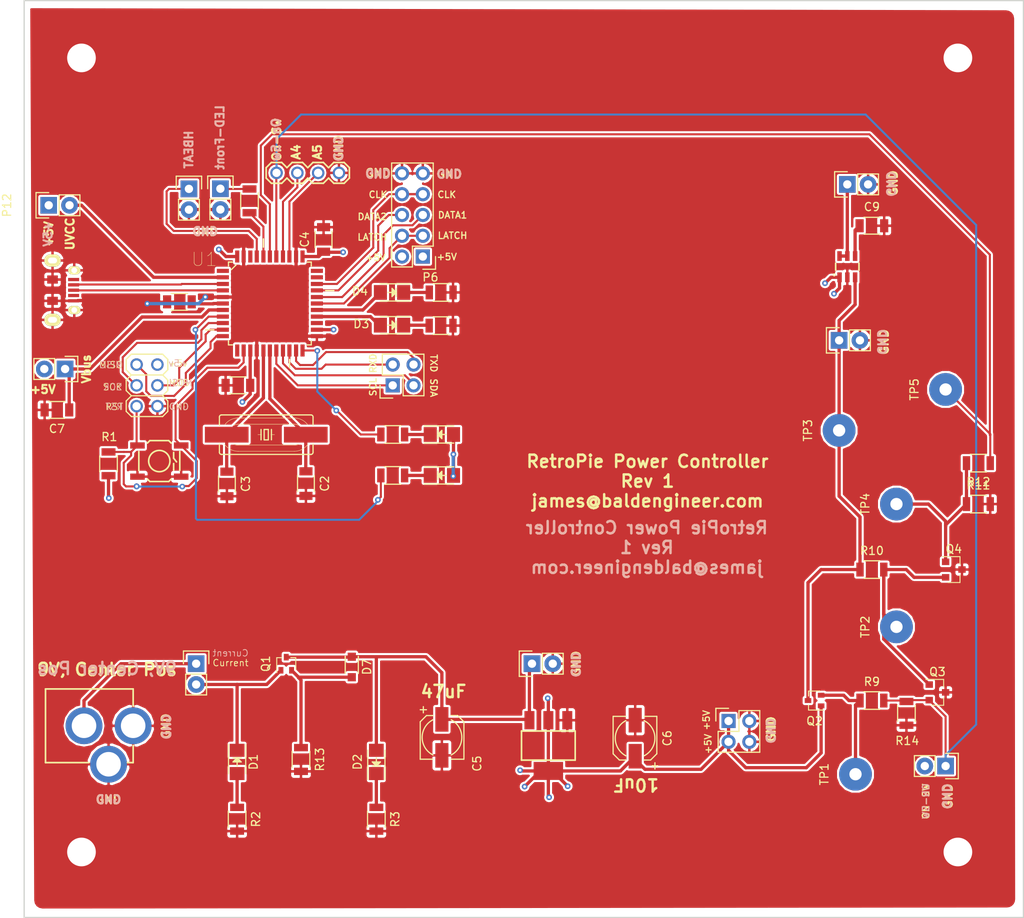
<source format=kicad_pcb>
(kicad_pcb (version 4) (host pcbnew 4.0.5)
  (layers (0 F.Cu signal) (31 B.Cu signal) (34 B.Paste user) (35 F.Paste user) (36 B.SilkS user) (37 F.SilkS user) (38 B.Mask user) (39 F.Mask user) (44 Edge.Cuts user))
  (net 0 "")
  (net 1 +5V)
  (net 2 GND)
  (net 3 "Net-(C2-Pad1)")
  (net 4 "Net-(C3-Pad1)")
  (net 5 /Vin-Safe)
  (net 6 /Vbus)
  (net 7 "Net-(C8-Pad1)")
  (net 8 "Net-(C9-Pad1)")
  (net 9 "Net-(CON1-Pad1)")
  (net 10 /32u4-MISO)
  (net 11 /32u4-SCK)
  (net 12 /32u4-MOSI)
  (net 13 /32u4-Reset)
  (net 14 "Net-(D1-Pad2)")
  (net 15 "Net-(D2-Pad1)")
  (net 16 "Net-(D3-Pad2)")
  (net 17 "Net-(D3-Pad1)")
  (net 18 "Net-(D4-Pad2)")
  (net 19 "Net-(D4-Pad1)")
  (net 20 "Net-(D5-Pad1)")
  (net 21 "Net-(D6-Pad1)")
  (net 22 /Vin-Raw)
  (net 23 /32u4-SCL)
  (net 24 /32u4-SDA)
  (net 25 /32u4-RXD)
  (net 26 /A5)
  (net 27 /32u4-TXD)
  (net 28 "Net-(P4-Pad1)")
  (net 29 /DM)
  (net 30 /DP)
  (net 31 "Net-(P4-Pad4)")
  (net 32 /SNES-LATCH)
  (net 33 /SNES-DATA1)
  (net 34 /SNES-DATA2)
  (net 35 /SNES-CLK)
  (net 36 /On-Sw)
  (net 37 /Heartbeat)
  (net 38 /frntLED)
  (net 39 /PWR-Load)
  (net 40 /Uvcc)
  (net 41 /PWR-Signal)
  (net 42 "Net-(Q2-Pad2)")
  (net 43 "Net-(Q3-Pad1)")
  (net 44 "Net-(Q4-Pad1)")
  (net 45 /32u4-RXLED)
  (net 46 /32u4-TXLED)
  (net 47 /Front-LED)
  (net 48 /OFF-SIG)
  (net 49 "Net-(U1-Pad1)")
  (net 50 "Net-(U1-Pad25)")
  (net 51 "Net-(U1-Pad33)")
  (net 52 /A4)
  (net 53 "Net-(U1-Pad42)")
  (net 54 "Net-(D7-Pad2)")
  (net 55 "Net-(U1-Pad12)")
  (net 56 "Net-(U1-Pad32)")
  (module Capacitors_SMD:C_1206 (layer F.Cu) (at 40.09644 80.99298 180)
    (fp_text reference C1 hide)
    (fp_text value 0.1u)
    (pad 1 smd rect (at -1.5 0 180) (size 1 1.6) (layers F.Cu F.Paste F.Mask) (net 1 +5V))
    (pad 2 smd rect (at 1.5 0 180) (size 1 1.6) (layers F.Cu F.Paste F.Mask) (net 2 GND))
  )
  (module Capacitors_SMD:C_1206 (layer F.Cu) (at 48.40224 93 270)
    (fp_text reference C2 (at 0 -2.3 270) (layer F.SilkS))
    (fp_text value 22p)
    (pad 1 smd rect (at -1.5 0 270) (size 1 1.6) (layers F.Cu F.Paste F.Mask) (net 3 "Net-(C2-Pad1)"))
    (pad 2 smd rect (at 1.5 0 270) (size 1 1.6) (layers F.Cu F.Paste F.Mask) (net 2 GND))
  )
  (module Capacitors_SMD:C_1206 (layer F.Cu) (at 38.75532 93.0402 270)
    (fp_text reference C3 (at 0 -2.3 270) (layer F.SilkS))
    (fp_text value 22p)
    (pad 1 smd rect (at -1.5 0 270) (size 1 1.6) (layers F.Cu F.Paste F.Mask) (net 4 "Net-(C3-Pad1)"))
    (pad 2 smd rect (at 1.5 0 270) (size 1 1.6) (layers F.Cu F.Paste F.Mask) (net 2 GND))
  )
  (module Capacitors_SMD:C_1206 (layer F.Cu) (at 50.55616 63.17488 90)
    (fp_text reference C4 (at 0 -2.3 90) (layer F.SilkS))
    (fp_text value 0.1u)
    (pad 1 smd rect (at -1.5 0 90) (size 1 1.6) (layers F.Cu F.Paste F.Mask) (net 1 +5V))
    (pad 2 smd rect (at 1.5 0 90) (size 1 1.6) (layers F.Cu F.Paste F.Mask) (net 2 GND))
  )
  (module Capacitors_SMD:c_elec_5x5.3 (layer F.Cu) (at 65 124 270)
    (fp_text reference C5 (at 3.2 -4.3 270) (layer F.SilkS))
    (fp_text value "CAP 47uF Polymer 10V" hide)
    (fp_text user + (at -3.3782 2.3368 270) (layer F.SilkS))
    (pad 1 smd rect (at -2.2 0 90) (size 3 1.6) (layers F.Cu F.Paste F.Mask) (net 5 /Vin-Safe))
    (pad 2 smd rect (at 2.2 0 90) (size 3 1.6) (layers F.Cu F.Paste F.Mask) (net 2 GND))
  )
  (module Capacitors_SMD:c_elec_5x5.3 (layer F.Cu) (at 88.6 124.1 90)
    (fp_text reference C6 (at 0 3.9243 90) (layer F.SilkS))
    (fp_text value "CAP 10uF Polymer 16V" hide)
    (fp_text user + (at -3.3782 2.3368 90) (layer F.SilkS))
    (pad 1 smd rect (at -2.2 0 270) (size 3 1.6) (layers F.Cu F.Paste F.Mask) (net 1 +5V))
    (pad 2 smd rect (at 2.2 0 270) (size 3 1.6) (layers F.Cu F.Paste F.Mask) (net 2 GND))
  )
  (module Capacitors_SMD:C_1206 (layer F.Cu) (at 18 84 180)
    (fp_text reference C7 (at 0 -2.3 180) (layer F.SilkS))
    (fp_text value 10uF)
    (pad 1 smd rect (at -1.5 0 180) (size 1 1.6) (layers F.Cu F.Paste F.Mask) (net 6 /Vbus))
    (pad 2 smd rect (at 1.5 0 180) (size 1 1.6) (layers F.Cu F.Paste F.Mask) (net 2 GND))
  )
  (module Capacitors_SMD:C_1206 (layer F.Cu) (at 32.9565 70.79742 180)
    (fp_text reference C8 hide)
    (fp_text value 0.1u)
    (pad 1 smd rect (at -1.5 0 180) (size 1 1.6) (layers F.Cu F.Paste F.Mask) (net 7 "Net-(C8-Pad1)"))
    (pad 2 smd rect (at 1.5 0 180) (size 1 1.6) (layers F.Cu F.Paste F.Mask) (net 2 GND))
  )
  (module Capacitors_SMD:C_1206 (layer F.Cu) (at 117.5 61.5)
    (fp_text reference C9 (at 0 -2.3) (layer F.SilkS))
    (fp_text value 1nF)
    (pad 1 smd rect (at -1.5 0) (size 1 1.6) (layers F.Cu F.Paste F.Mask) (net 8 "Net-(C9-Pad1)"))
    (pad 2 smd rect (at 1.5 0) (size 1 1.6) (layers F.Cu F.Paste F.Mask) (net 2 GND))
  )
  (module freetronics_footprints:POWER_JACK_PTH (layer F.Cu) (at 13.60932 122.58294 270)
    (fp_text reference CON1 hide)
    (fp_text value DC-In hide)
    (pad 2 thru_hole oval (at 0 -13.69822 270) (size 4.4958 4.4958) (drill 2.9972) (layers *.Cu *.Mask) (net 2 GND))
    (pad 1 thru_hole oval (at 0 -7.69874 270) (size 4.4958 4.4958) (drill 2.9972) (layers *.Cu *.Mask) (net 9 "Net-(CON1-Pad1)"))
    (pad 3 thru_hole oval (at 4.699 -10.69848) (size 4.4958 4.4958) (drill 2.9972) (layers *.Cu *.Mask) (net 2 GND))
  )
  (module freetronics_footprints:2X03 (layer F.Cu) (at 29 81 270)
    (fp_text reference CON2 hide)
    (fp_text value ISP-32u4 hide)
    (pad 1 thru_hole oval (at -2.54 1.27 270) (size 1.524 1.524) (drill 1.016) (layers *.Cu *.Mask) (net 10 /32u4-MISO))
    (pad 2 thru_hole oval (at -2.54 -1.27 270) (size 1.524 1.524) (drill 1.016) (layers *.Cu *.Mask) (net 1 +5V))
    (pad 3 thru_hole oval (at 0 1.27 270) (size 1.524 1.524) (drill 1.016) (layers *.Cu *.Mask) (net 11 /32u4-SCK))
    (pad 4 thru_hole oval (at 0 -1.27 270) (size 1.524 1.524) (drill 1.016) (layers *.Cu *.Mask) (net 12 /32u4-MOSI))
    (pad 5 thru_hole oval (at 2.54 1.27 270) (size 1.524 1.524) (drill 1.016) (layers *.Cu *.Mask) (net 13 /32u4-Reset))
    (pad 6 thru_hole oval (at 2.54 -1.27 270) (size 1.524 1.524) (drill 1.016) (layers *.Cu *.Mask) (net 2 GND))
  )
  (module LEDs:LED-1206 (layer F.Cu) (at 40 127 270)
    (fp_text reference D1 (at 0 -2 270) (layer F.SilkS))
    (fp_text value REV-RED)
    (pad 2 smd rect (at 1.41986 0 90) (size 1.59766 1.80086) (layers F.Cu F.Paste F.Mask) (net 14 "Net-(D1-Pad2)"))
    (pad 1 smd rect (at -1.41986 0 90) (size 1.59766 1.80086) (layers F.Cu F.Paste F.Mask) (net 22 /Vin-Raw))
  )
  (module LEDs:LED-1206 (layer F.Cu) (at 57 127 90)
    (fp_text reference D2 (at 0 -2.3 90) (layer F.SilkS))
    (fp_text value GRN-PWRGD)
    (pad 2 smd rect (at 1.41986 0 270) (size 1.59766 1.80086) (layers F.Cu F.Paste F.Mask) (net 5 /Vin-Safe))
    (pad 1 smd rect (at -1.41986 0 270) (size 1.59766 1.80086) (layers F.Cu F.Paste F.Mask) (net 15 "Net-(D2-Pad1)"))
  )
  (module LEDs:LED-1206 (layer F.Cu) (at 58.91466 73.64714 180)
    (fp_text reference D3 (at 3.74956 0.14714 180) (layer F.SilkS))
    (fp_text value 32u4-LED1)
    (pad 2 smd rect (at 1.41986 0) (size 1.59766 1.80086) (layers F.Cu F.Paste F.Mask) (net 16 "Net-(D3-Pad2)"))
    (pad 1 smd rect (at -1.41986 0) (size 1.59766 1.80086) (layers F.Cu F.Paste F.Mask) (net 17 "Net-(D3-Pad1)"))
  )
  (module LEDs:LED-1206 (layer F.Cu) (at 58.91466 69.64792 180)
    (fp_text reference D4 (at 3.91466 0.14792 180) (layer F.SilkS))
    (fp_text value 32u4-LED2)
    (pad 2 smd rect (at 1.41986 0) (size 1.59766 1.80086) (layers F.Cu F.Paste F.Mask) (net 18 "Net-(D4-Pad2)"))
    (pad 1 smd rect (at -1.41986 0) (size 1.59766 1.80086) (layers F.Cu F.Paste F.Mask) (net 19 "Net-(D4-Pad1)"))
  )
  (module LEDs:LED-1206 (layer F.Cu) (at 65 92)
    (fp_text reference D5 hide)
    (fp_text value RXLED)
    (pad 2 smd rect (at 1.41986 0 180) (size 1.59766 1.80086) (layers F.Cu F.Paste F.Mask) (net 1 +5V))
    (pad 1 smd rect (at -1.41986 0 180) (size 1.59766 1.80086) (layers F.Cu F.Paste F.Mask) (net 20 "Net-(D5-Pad1)"))
  )
  (module LEDs:LED-1206 (layer F.Cu) (at 65 87)
    (fp_text reference D6 hide)
    (fp_text value TXLED)
    (pad 2 smd rect (at 1.41986 0 180) (size 1.59766 1.80086) (layers F.Cu F.Paste F.Mask) (net 1 +5V))
    (pad 1 smd rect (at -1.41986 0 180) (size 1.59766 1.80086) (layers F.Cu F.Paste F.Mask) (net 21 "Net-(D6-Pad1)"))
  )
  (module Pin_Headers:Pin_Header_Straight_1x02 (layer F.Cu) (at 35 115)
    (fp_text reference P1 hide)
    (fp_text value CURRENT)
    (pad 1 thru_hole rect (at 0 0) (size 2.032 2.032) (drill 1.016) (layers *.Cu *.Mask) (net 9 "Net-(CON1-Pad1)"))
    (pad 2 thru_hole oval (at 0 2.54) (size 2.032 2.032) (drill 1.016) (layers *.Cu *.Mask) (net 22 /Vin-Raw))
  )
  (module Pin_Headers:Pin_Header_Straight_1x02 (layer F.Cu) (at 76 115 90)
    (fp_text reference P2 hide)
    (fp_text value VIN-HDR)
    (pad 1 thru_hole rect (at 0 0 90) (size 2.032 2.032) (drill 1.016) (layers *.Cu *.Mask) (net 5 /Vin-Safe))
    (pad 2 thru_hole oval (at 0 2.54 90) (size 2.032 2.032) (drill 1.016) (layers *.Cu *.Mask) (net 2 GND))
  )
  (module Pin_Headers:Pin_Header_Straight_2x02 (layer F.Cu) (at 100 122)
    (fp_text reference P5 hide)
    (fp_text value 5V-HDR)
    (pad 1 thru_hole rect (at 0 0) (size 1.7272 1.7272) (drill 1.016) (layers *.Cu *.Mask) (net 1 +5V))
    (pad 2 thru_hole oval (at 2.54 0) (size 1.7272 1.7272) (drill 1.016) (layers *.Cu *.Mask) (net 2 GND))
    (pad 3 thru_hole oval (at 0 2.54) (size 1.7272 1.7272) (drill 1.016) (layers *.Cu *.Mask) (net 1 +5V))
    (pad 4 thru_hole oval (at 2.54 2.54) (size 1.7272 1.7272) (drill 1.016) (layers *.Cu *.Mask) (net 2 GND))
  )
  (module Pin_Headers:Pin_Header_Straight_2x05 (layer F.Cu) (at 62.6745 65.2653 180)
    (fp_text reference P6 (at -0.9255 -2.5347 180) (layer F.SilkS))
    (fp_text value SNES-HDR)
    (pad 1 thru_hole rect (at 0 0 180) (size 1.7272 1.7272) (drill 1.016) (layers *.Cu *.Mask) (net 1 +5V))
    (pad 2 thru_hole oval (at 2.54 0 180) (size 1.7272 1.7272) (drill 1.016) (layers *.Cu *.Mask) (net 1 +5V))
    (pad 3 thru_hole oval (at 0 2.54 180) (size 1.7272 1.7272) (drill 1.016) (layers *.Cu *.Mask) (net 32 /SNES-LATCH))
    (pad 4 thru_hole oval (at 2.54 2.54 180) (size 1.7272 1.7272) (drill 1.016) (layers *.Cu *.Mask) (net 32 /SNES-LATCH))
    (pad 5 thru_hole oval (at 0 5.08 180) (size 1.7272 1.7272) (drill 1.016) (layers *.Cu *.Mask) (net 33 /SNES-DATA1))
    (pad 6 thru_hole oval (at 2.54 5.08 180) (size 1.7272 1.7272) (drill 1.016) (layers *.Cu *.Mask) (net 34 /SNES-DATA2))
    (pad 7 thru_hole oval (at 0 7.62 180) (size 1.7272 1.7272) (drill 1.016) (layers *.Cu *.Mask) (net 35 /SNES-CLK))
    (pad 8 thru_hole oval (at 2.54 7.62 180) (size 1.7272 1.7272) (drill 1.016) (layers *.Cu *.Mask) (net 35 /SNES-CLK))
    (pad 9 thru_hole oval (at 0 10.16 180) (size 1.7272 1.7272) (drill 1.016) (layers *.Cu *.Mask) (net 2 GND))
    (pad 10 thru_hole oval (at 2.54 10.16 180) (size 1.7272 1.7272) (drill 1.016) (layers *.Cu *.Mask) (net 2 GND))
  )
  (module Pin_Headers:Pin_Header_Straight_1x02 (layer F.Cu) (at 126.5 127.5 270)
    (fp_text reference P7 hide)
    (fp_text value ON-HDR)
    (pad 1 thru_hole rect (at 0 0 270) (size 2.032 2.032) (drill 1.016) (layers *.Cu *.Mask) (net 36 /On-Sw))
    (pad 2 thru_hole oval (at 0 2.54 270) (size 2.032 2.032) (drill 1.016) (layers *.Cu *.Mask) (net 1 +5V))
  )
  (module Pin_Headers:Pin_Header_Straight_1x02 (layer F.Cu) (at 34.11728 56.9976)
    (fp_text reference P8 hide)
    (fp_text value HBEAT)
    (pad 1 thru_hole rect (at 0 0) (size 2.032 2.032) (drill 1.016) (layers *.Cu *.Mask) (net 37 /Heartbeat))
    (pad 2 thru_hole oval (at 0 2.54) (size 2.032 2.032) (drill 1.016) (layers *.Cu *.Mask) (net 2 GND))
  )
  (module Pin_Headers:Pin_Header_Straight_1x02 (layer F.Cu) (at 37.95776 56.97728)
    (fp_text reference P9 hide)
    (fp_text value LED-Front)
    (pad 1 thru_hole rect (at 0 0) (size 2.032 2.032) (drill 1.016) (layers *.Cu *.Mask) (net 38 /frntLED))
    (pad 2 thru_hole oval (at 0 2.54) (size 2.032 2.032) (drill 1.016) (layers *.Cu *.Mask) (net 2 GND))
  )
  (module Pin_Headers:Pin_Header_Straight_1x02 (layer F.Cu) (at 114.49812 56.44896 90)
    (fp_text reference P10 hide)
    (fp_text value Load)
    (pad 1 thru_hole rect (at 0 0 90) (size 2.032 2.032) (drill 1.016) (layers *.Cu *.Mask) (net 39 /PWR-Load))
    (pad 2 thru_hole oval (at 0 2.54 90) (size 2.032 2.032) (drill 1.016) (layers *.Cu *.Mask) (net 2 GND))
  )
  (module Pin_Headers:Pin_Header_Straight_1x02 (layer F.Cu) (at 19 79 270)
    (fp_text reference P11 hide)
    (fp_text value Vbus)
    (pad 1 thru_hole rect (at 0 0 270) (size 2.032 2.032) (drill 1.016) (layers *.Cu *.Mask) (net 6 /Vbus))
    (pad 2 thru_hole oval (at 0 2.54 270) (size 2.032 2.032) (drill 1.016) (layers *.Cu *.Mask) (net 1 +5V))
  )
  (module Pin_Headers:Pin_Header_Straight_1x02 (layer F.Cu) (at 17 59 90)
    (fp_text reference P12 (at 0 -5.1 90) (layer F.SilkS))
    (fp_text value UVCC)
    (pad 1 thru_hole rect (at 0 0 90) (size 2.032 2.032) (drill 1.016) (layers *.Cu *.Mask) (net 1 +5V))
    (pad 2 thru_hole oval (at 0 2.54 90) (size 2.032 2.032) (drill 1.016) (layers *.Cu *.Mask) (net 40 /Uvcc))
  )
  (module Pin_Headers:Pin_Header_Straight_1x02 (layer F.Cu) (at 113.5 75.5 90)
    (fp_text reference P13 hide)
    (fp_text value FET-HDR)
    (pad 1 thru_hole rect (at 0 0 90) (size 2.032 2.032) (drill 1.016) (layers *.Cu *.Mask) (net 41 /PWR-Signal))
    (pad 2 thru_hole oval (at 0 2.54 90) (size 2.032 2.032) (drill 1.016) (layers *.Cu *.Mask) (net 2 GND))
  )
  (module TO_SOT_Packages_SMD:SOT-323 (layer F.Cu) (at 46 115 90)
    (fp_text reference Q1 (at 0 -2.5 90) (layer F.SilkS))
    (fp_text value FET-Reverse)
    (pad 2 smd rect (at -0.8 0.65 90) (size 0.8 0.6) (layers F.Cu F.Paste F.Mask) (net 54 "Net-(D7-Pad2)"))
    (pad 1 smd rect (at -0.8 -0.65 90) (size 0.8 0.6) (layers F.Cu F.Paste F.Mask) (net 22 /Vin-Raw))
    (pad 3 smd rect (at 0.8 0 90) (size 0.8 0.6) (layers F.Cu F.Paste F.Mask) (net 5 /Vin-Safe))
  )
  (module TO_SOT_Packages_SMD:SOT-323 (layer F.Cu) (at 110.5 119.5 180)
    (fp_text reference Q2 (at 0 -2.5 180) (layer F.SilkS))
    (fp_text value FET-Pass)
    (pad 2 smd rect (at -0.8 0.65 180) (size 0.8 0.6) (layers F.Cu F.Paste F.Mask) (net 42 "Net-(Q2-Pad2)"))
    (pad 1 smd rect (at -0.8 -0.65 180) (size 0.8 0.6) (layers F.Cu F.Paste F.Mask) (net 1 +5V))
    (pad 3 smd rect (at 0.8 0 180) (size 0.8 0.6) (layers F.Cu F.Paste F.Mask) (net 41 /PWR-Signal))
  )
  (module TO_SOT_Packages_SMD:SOT-23 (layer F.Cu) (at 125.5 118.5)
    (fp_text reference Q3 (at 0 -2.5) (layer F.SilkS))
    (fp_text value Latch-NPN)
    (pad 1 smd rect (at -1 -0.95) (size 0.9 0.8) (layers F.Cu F.Paste F.Mask) (net 43 "Net-(Q3-Pad1)"))
    (pad 2 smd rect (at -1 0.95) (size 0.9 0.8) (layers F.Cu F.Paste F.Mask) (net 36 /On-Sw))
    (pad 3 smd rect (at 1 0) (size 0.9 0.8) (layers F.Cu F.Paste F.Mask) (net 2 GND))
  )
  (module TO_SOT_Packages_SMD:SOT-23 (layer F.Cu) (at 127.5 103.5)
    (fp_text reference Q4 (at 0 -2.5) (layer F.SilkS))
    (fp_text value Reset-NPN)
    (pad 1 smd rect (at -1 -0.95) (size 0.9 0.8) (layers F.Cu F.Paste F.Mask) (net 44 "Net-(Q4-Pad1)"))
    (pad 2 smd rect (at -1 0.95) (size 0.9 0.8) (layers F.Cu F.Paste F.Mask) (net 43 "Net-(Q3-Pad1)"))
    (pad 3 smd rect (at 1 0) (size 0.9 0.8) (layers F.Cu F.Paste F.Mask) (net 2 GND))
  )
  (module Resistors_SMD:R_1206 (layer F.Cu) (at 24.30018 90.58148 90)
    (fp_text reference R1 (at 3.28148 0.09982 180) (layer F.SilkS))
    (fp_text value 100k)
    (pad 1 smd rect (at -1.45 0 90) (size 0.9 1.7) (layers F.Cu F.Paste F.Mask) (net 1 +5V))
    (pad 2 smd rect (at 1.45 0 90) (size 0.9 1.7) (layers F.Cu F.Paste F.Mask) (net 13 /32u4-Reset))
  )
  (module Resistors_SMD:R_1206 (layer F.Cu) (at 40 134 270)
    (fp_text reference R2 (at 0 -2.3 270) (layer F.SilkS))
    (fp_text value 1k)
    (pad 1 smd rect (at -1.45 0 270) (size 0.9 1.7) (layers F.Cu F.Paste F.Mask) (net 14 "Net-(D1-Pad2)"))
    (pad 2 smd rect (at 1.45 0 270) (size 0.9 1.7) (layers F.Cu F.Paste F.Mask) (net 2 GND))
  )
  (module Resistors_SMD:R_1206 (layer F.Cu) (at 57 134 270)
    (fp_text reference R3 (at 0 -2.3 270) (layer F.SilkS))
    (fp_text value 1k)
    (pad 1 smd rect (at -1.45 0 270) (size 0.9 1.7) (layers F.Cu F.Paste F.Mask) (net 15 "Net-(D2-Pad1)"))
    (pad 2 smd rect (at 1.45 0 270) (size 0.9 1.7) (layers F.Cu F.Paste F.Mask) (net 2 GND))
  )
  (module Resistors_SMD:R_1206 (layer F.Cu) (at 64.9 73.7)
    (fp_text reference R4 hide)
    (fp_text value 1k)
    (pad 1 smd rect (at -1.45 0) (size 0.9 1.7) (layers F.Cu F.Paste F.Mask) (net 17 "Net-(D3-Pad1)"))
    (pad 2 smd rect (at 1.45 0) (size 0.9 1.7) (layers F.Cu F.Paste F.Mask) (net 2 GND))
  )
  (module Resistors_SMD:R_1206 (layer F.Cu) (at 64.91466 69.64792 180)
    (fp_text reference R5 hide)
    (fp_text value 1k)
    (pad 1 smd rect (at -1.45 0 180) (size 0.9 1.7) (layers F.Cu F.Paste F.Mask) (net 2 GND))
    (pad 2 smd rect (at 1.45 0 180) (size 0.9 1.7) (layers F.Cu F.Paste F.Mask) (net 19 "Net-(D4-Pad1)"))
  )
  (module Resistors_SMD:R_1206 (layer F.Cu) (at 59 92)
    (fp_text reference R6 hide)
    (fp_text value 1k hide)
    (pad 1 smd rect (at -1.45 0) (size 0.9 1.7) (layers F.Cu F.Paste F.Mask) (net 45 /32u4-RXLED))
    (pad 2 smd rect (at 1.45 0) (size 0.9 1.7) (layers F.Cu F.Paste F.Mask) (net 20 "Net-(D5-Pad1)"))
  )
  (module Resistors_SMD:R_1206 (layer F.Cu) (at 59 87 180)
    (fp_text reference R7 hide)
    (fp_text value 1k)
    (pad 1 smd rect (at -1.45 0 180) (size 0.9 1.7) (layers F.Cu F.Paste F.Mask) (net 21 "Net-(D6-Pad1)"))
    (pad 2 smd rect (at 1.45 0 180) (size 0.9 1.7) (layers F.Cu F.Paste F.Mask) (net 46 /32u4-TXLED))
  )
  (module Resistors_SMD:R_1206 (layer F.Cu) (at 41.51376 58.46064 270)
    (fp_text reference R8 hide)
    (fp_text value 1k)
    (pad 1 smd rect (at -1.45 0 270) (size 0.9 1.7) (layers F.Cu F.Paste F.Mask) (net 38 /frntLED))
    (pad 2 smd rect (at 1.45 0 270) (size 0.9 1.7) (layers F.Cu F.Paste F.Mask) (net 47 /Front-LED))
  )
  (module Resistors_SMD:R_1206 (layer F.Cu) (at 117.5 119.5)
    (fp_text reference R9 (at 0 -2.3) (layer F.SilkS))
    (fp_text value 100k)
    (pad 1 smd rect (at -1.45 0) (size 0.9 1.7) (layers F.Cu F.Paste F.Mask) (net 42 "Net-(Q2-Pad2)"))
    (pad 2 smd rect (at 1.45 0) (size 0.9 1.7) (layers F.Cu F.Paste F.Mask) (net 36 /On-Sw))
  )
  (module Resistors_SMD:R_1206 (layer F.Cu) (at 117.5 103.5)
    (fp_text reference R10 (at 0 -2.3) (layer F.SilkS))
    (fp_text value 100k)
    (pad 1 smd rect (at -1.45 0) (size 0.9 1.7) (layers F.Cu F.Paste F.Mask) (net 41 /PWR-Signal))
    (pad 2 smd rect (at 1.45 0) (size 0.9 1.7) (layers F.Cu F.Paste F.Mask) (net 43 "Net-(Q3-Pad1)"))
  )
  (module Resistors_SMD:R_1206 (layer F.Cu) (at 130.5 95.5)
    (fp_text reference R11 (at 0 -2.3) (layer F.SilkS))
    (fp_text value 100k)
    (pad 1 smd rect (at -1.45 0) (size 0.9 1.7) (layers F.Cu F.Paste F.Mask) (net 44 "Net-(Q4-Pad1)"))
    (pad 2 smd rect (at 1.45 0) (size 0.9 1.7) (layers F.Cu F.Paste F.Mask) (net 2 GND))
  )
  (module Resistors_SMD:R_1206 (layer F.Cu) (at 130.5 90.5 180)
    (fp_text reference R12 (at 0 -2.3 180) (layer F.SilkS))
    (fp_text value 1k)
    (pad 1 smd rect (at -1.45 0 180) (size 0.9 1.7) (layers F.Cu F.Paste F.Mask) (net 48 /OFF-SIG))
    (pad 2 smd rect (at 1.45 0 180) (size 0.9 1.7) (layers F.Cu F.Paste F.Mask) (net 44 "Net-(Q4-Pad1)"))
  )
  (module freetronics_footprints:SW_PUSHBUTTON_SMD (layer F.Cu) (at 30.50286 90.2462)
    (fp_text reference SW1 hide)
    (fp_text value RESET)
    (pad 2 smd rect (at -2.667 1.905) (size 1.778 0.762) (layers F.Cu F.Paste F.Mask) (net 2 GND))
    (pad 2 smd rect (at 2.667 1.905) (size 1.778 0.762) (layers F.Cu F.Paste F.Mask) (net 2 GND))
    (pad 1 smd rect (at 2.667 -1.905) (size 1.778 0.762) (layers F.Cu F.Paste F.Mask) (net 13 /32u4-Reset))
    (pad 1 smd rect (at -2.667 -1.905) (size 1.778 0.762) (layers F.Cu F.Paste F.Mask) (net 13 /32u4-Reset))
  )
  (module ATMEGA32U4-AU:QFP80P1200X1200X120-44N (layer F.Cu) (at 44 71)
    (fp_text reference U1 (at -8 -5.4) (layer F.SilkS) (effects (font (size 1.64 1.64) (thickness 0.05))))
    (fp_text value ATMEGA32U4-AU hide)
    (pad 1 smd rect (at -5.7404 -3.9878 270) (size 0.508 1.4732) (layers F.Cu F.Paste F.Mask) (net 49 "Net-(U1-Pad1)"))
    (pad 2 smd rect (at -5.7404 -3.2004 270) (size 0.508 1.4732) (layers F.Cu F.Paste F.Mask) (net 40 /Uvcc))
    (pad 3 smd rect (at -5.7404 -2.3876 270) (size 0.508 1.4732) (layers F.Cu F.Paste F.Mask) (net 29 /DM))
    (pad 4 smd rect (at -5.7404 -1.6002 270) (size 0.508 1.4732) (layers F.Cu F.Paste F.Mask) (net 30 /DP))
    (pad 5 smd rect (at -5.7404 -0.7874 270) (size 0.508 1.4732) (layers F.Cu F.Paste F.Mask) (net 2 GND))
    (pad 6 smd rect (at -5.7404 0 270) (size 0.508 1.4732) (layers F.Cu F.Paste F.Mask) (net 7 "Net-(C8-Pad1)"))
    (pad 7 smd rect (at -5.7404 0.7874 270) (size 0.508 1.4732) (layers F.Cu F.Paste F.Mask) (net 6 /Vbus))
    (pad 8 smd rect (at -5.7404 1.6002 270) (size 0.508 1.4732) (layers F.Cu F.Paste F.Mask) (net 45 /32u4-RXLED))
    (pad 9 smd rect (at -5.7404 2.3876 270) (size 0.508 1.4732) (layers F.Cu F.Paste F.Mask) (net 11 /32u4-SCK))
    (pad 10 smd rect (at -5.7404 3.2004 270) (size 0.508 1.4732) (layers F.Cu F.Paste F.Mask) (net 12 /32u4-MOSI))
    (pad 11 smd rect (at -5.7404 3.9878 270) (size 0.508 1.4732) (layers F.Cu F.Paste F.Mask) (net 10 /32u4-MISO))
    (pad 12 smd rect (at -3.9878 5.7404 180) (size 0.508 1.4732) (layers F.Cu F.Paste F.Mask) (net 55 "Net-(U1-Pad12)"))
    (pad 13 smd rect (at -3.2004 5.7404 180) (size 0.508 1.4732) (layers F.Cu F.Paste F.Mask) (net 13 /32u4-Reset))
    (pad 14 smd rect (at -2.3876 5.7404 180) (size 0.508 1.4732) (layers F.Cu F.Paste F.Mask) (net 1 +5V))
    (pad 15 smd rect (at -1.6002 5.7404 180) (size 0.508 1.4732) (layers F.Cu F.Paste F.Mask) (net 2 GND))
    (pad 16 smd rect (at -0.7874 5.7404 180) (size 0.508 1.4732) (layers F.Cu F.Paste F.Mask) (net 4 "Net-(C3-Pad1)"))
    (pad 17 smd rect (at 0 5.7404 180) (size 0.508 1.4732) (layers F.Cu F.Paste F.Mask) (net 3 "Net-(C2-Pad1)"))
    (pad 18 smd rect (at 0.7874 5.7404 180) (size 0.508 1.4732) (layers F.Cu F.Paste F.Mask) (net 23 /32u4-SCL))
    (pad 19 smd rect (at 1.6002 5.7404 180) (size 0.508 1.4732) (layers F.Cu F.Paste F.Mask) (net 24 /32u4-SDA))
    (pad 20 smd rect (at 2.3876 5.7404 180) (size 0.508 1.4732) (layers F.Cu F.Paste F.Mask) (net 25 /32u4-RXD))
    (pad 21 smd rect (at 3.2004 5.7404 180) (size 0.508 1.4732) (layers F.Cu F.Paste F.Mask) (net 27 /32u4-TXD))
    (pad 22 smd rect (at 3.9878 5.7404 180) (size 0.508 1.4732) (layers F.Cu F.Paste F.Mask) (net 46 /32u4-TXLED))
    (pad 23 smd rect (at 5.7404 3.9878 270) (size 0.508 1.4732) (layers F.Cu F.Paste F.Mask) (net 2 GND))
    (pad 24 smd rect (at 5.7404 3.2004 270) (size 0.508 1.4732) (layers F.Cu F.Paste F.Mask) (net 1 +5V))
    (pad 25 smd rect (at 5.7404 2.3876 270) (size 0.508 1.4732) (layers F.Cu F.Paste F.Mask) (net 50 "Net-(U1-Pad25)"))
    (pad 26 smd rect (at 5.7404 1.6002 270) (size 0.508 1.4732) (layers F.Cu F.Paste F.Mask) (net 16 "Net-(D3-Pad2)"))
    (pad 27 smd rect (at 5.7404 0.7874 270) (size 0.508 1.4732) (layers F.Cu F.Paste F.Mask) (net 18 "Net-(D4-Pad2)"))
    (pad 28 smd rect (at 5.7404 0 270) (size 0.508 1.4732) (layers F.Cu F.Paste F.Mask) (net 32 /SNES-LATCH))
    (pad 29 smd rect (at 5.7404 -0.7874 270) (size 0.508 1.4732) (layers F.Cu F.Paste F.Mask) (net 33 /SNES-DATA1))
    (pad 30 smd rect (at 5.7404 -1.6002 270) (size 0.508 1.4732) (layers F.Cu F.Paste F.Mask) (net 34 /SNES-DATA2))
    (pad 31 smd rect (at 5.7404 -2.3876 270) (size 0.508 1.4732) (layers F.Cu F.Paste F.Mask) (net 35 /SNES-CLK))
    (pad 32 smd rect (at 5.7404 -3.2004 270) (size 0.508 1.4732) (layers F.Cu F.Paste F.Mask) (net 56 "Net-(U1-Pad32)"))
    (pad 33 smd rect (at 5.7404 -3.9878 270) (size 0.508 1.4732) (layers F.Cu F.Paste F.Mask) (net 51 "Net-(U1-Pad33)"))
    (pad 34 smd rect (at 3.9878 -5.7404 180) (size 0.508 1.4732) (layers F.Cu F.Paste F.Mask) (net 1 +5V))
    (pad 35 smd rect (at 3.2004 -5.7404 180) (size 0.508 1.4732) (layers F.Cu F.Paste F.Mask) (net 2 GND))
    (pad 36 smd rect (at 2.3876 -5.7404 180) (size 0.508 1.4732) (layers F.Cu F.Paste F.Mask) (net 26 /A5))
    (pad 37 smd rect (at 1.6002 -5.7404 180) (size 0.508 1.4732) (layers F.Cu F.Paste F.Mask) (net 52 /A4))
    (pad 38 smd rect (at 0.7874 -5.7404 180) (size 0.508 1.4732) (layers F.Cu F.Paste F.Mask) (net 36 /On-Sw))
    (pad 39 smd rect (at 0 -5.7404 180) (size 0.508 1.4732) (layers F.Cu F.Paste F.Mask) (net 48 /OFF-SIG))
    (pad 40 smd rect (at -0.7874 -5.7404 180) (size 0.508 1.4732) (layers F.Cu F.Paste F.Mask) (net 47 /Front-LED))
    (pad 41 smd rect (at -1.6002 -5.7404 180) (size 0.508 1.4732) (layers F.Cu F.Paste F.Mask) (net 37 /Heartbeat))
    (pad 42 smd rect (at -2.3876 -5.7404 180) (size 0.508 1.4732) (layers F.Cu F.Paste F.Mask) (net 53 "Net-(U1-Pad42)"))
    (pad 43 smd rect (at -3.2004 -5.7404 180) (size 0.508 1.4732) (layers F.Cu F.Paste F.Mask) (net 2 GND))
    (pad 44 smd rect (at -3.9878 -5.7404 180) (size 0.508 1.4732) (layers F.Cu F.Paste F.Mask) (net 1 +5V))
  )
  (module freetronics_footprints:SOT223 (layer F.Cu) (at 78 125 180)
    (fp_text reference U2)
    (fp_text value NCP1117ST50T3G hide)
    (pad 1 smd rect (at -2.3114 3.0988 180) (size 1.2192 2.2352) (layers F.Cu F.Paste F.Mask) (net 2 GND))
    (pad 2 smd rect (at 0 3.0988 180) (size 1.2192 2.2352) (layers F.Cu F.Paste F.Mask) (net 1 +5V))
    (pad 3 smd rect (at 2.3114 3.0988 180) (size 1.2192 2.2352) (layers F.Cu F.Paste F.Mask) (net 5 /Vin-Safe))
    (pad 2 smd rect (at 0 -3.0988 180) (size 3.59918 2.19964) (layers F.Cu F.Paste F.Mask) (net 1 +5V))
  )
  (module freetronics_footprints:SOT23-6 (layer F.Cu) (at 114.5 66.5)
    (fp_text reference U3)
    (fp_text value tps22918 hide)
    (pad 1 smd rect (at -0.94996 1.29794) (size 0.54864 1.19888) (layers F.Cu F.Paste F.Mask) (net 1 +5V))
    (pad 2 smd rect (at 0 1.29794) (size 0.54864 1.19888) (layers F.Cu F.Paste F.Mask) (net 2 GND))
    (pad 3 smd rect (at 0.94996 1.29794) (size 0.54864 1.19888) (layers F.Cu F.Paste F.Mask) (net 41 /PWR-Signal))
    (pad 4 smd rect (at 0.94996 -1.29794) (size 0.54864 1.19888) (layers F.Cu F.Paste F.Mask) (net 8 "Net-(C9-Pad1)"))
    (pad 5 smd rect (at 0 -1.29794) (size 0.54864 1.19888) (layers F.Cu F.Paste F.Mask) (net 39 /PWR-Load))
    (pad 6 smd rect (at -0.94996 -1.29794) (size 0.54864 1.19888) (layers F.Cu F.Paste F.Mask) (net 39 /PWR-Load))
  )
  (module freetronics_footprints:CRYSTAL_HC49_SMD (layer F.Cu) (at 43.55592 87.0204)
    (fp_text reference Y1)
    (fp_text value 16MHz hide)
    (pad 1 smd rect (at -4.826 0) (size 5.334 1.9304) (layers F.Cu F.Paste F.Mask) (net 4 "Net-(C3-Pad1)"))
    (pad 2 smd rect (at 4.826 0) (size 5.334 1.9304) (layers F.Cu F.Paste F.Mask) (net 3 "Net-(C2-Pad1)"))
  )
  (module Diodes_SMD:SOD-323_HandSoldering (layer F.Cu) (at 54 115.4 270)
    (fp_text reference D7 (at 0 -1.85 270) (layer F.SilkS))
    (fp_text value D_Zener)
    (pad 1 smd rect (at -1.25 0 270) (size 1 1) (layers F.Cu F.Paste F.Mask) (net 5 /Vin-Safe))
    (pad 2 smd rect (at 1.25 0 270) (size 1 1) (layers F.Cu F.Paste F.Mask) (net 54 "Net-(D7-Pad2)"))
  )
  (module Resistors_SMD:R_1206 (layer F.Cu) (at 47.8 126.7 270)
    (fp_text reference R13 (at 0 -2.3 270) (layer F.SilkS))
    (fp_text value 1k)
    (pad 1 smd rect (at -1.45 0 270) (size 0.9 1.7) (layers F.Cu F.Paste F.Mask) (net 54 "Net-(D7-Pad2)"))
    (pad 2 smd rect (at 1.45 0 270) (size 0.9 1.7) (layers F.Cu F.Paste F.Mask) (net 2 GND))
  )
  (module freetronics_footprints:1X04 (layer F.Cu) (at 44.81576 55.0418)
    (fp_text reference J1 hide)
    (fp_text value EXT-HDR)
    (pad 1 thru_hole oval (at 0 0 90) (size 1.524 1.524) (drill 1.016) (layers *.Cu *.Mask) (net 36 /On-Sw))
    (pad 2 thru_hole oval (at 2.54 0 90) (size 1.524 1.524) (drill 1.016) (layers *.Cu *.Mask) (net 52 /A4))
    (pad 3 thru_hole oval (at 5.08 0 90) (size 1.524 1.524) (drill 1.016) (layers *.Cu *.Mask) (net 26 /A5))
    (pad 4 thru_hole oval (at 7.62 0 90) (size 1.524 1.524) (drill 1.016) (layers *.Cu *.Mask) (net 2 GND))
  )
  (module Pin_Headers:Pin_Header_Straight_2x02 (layer F.Cu) (at 59 81 90)
    (fp_text reference P3 hide)
    (fp_text value SER-HDR)
    (pad 1 thru_hole rect (at 0 0 90) (size 1.7272 1.7272) (drill 1.016) (layers *.Cu *.Mask) (net 23 /32u4-SCL))
    (pad 2 thru_hole oval (at 2.54 0 90) (size 1.7272 1.7272) (drill 1.016) (layers *.Cu *.Mask) (net 25 /32u4-RXD))
    (pad 3 thru_hole oval (at 0 2.54 90) (size 1.7272 1.7272) (drill 1.016) (layers *.Cu *.Mask) (net 24 /32u4-SDA))
    (pad 4 thru_hole oval (at 2.54 2.54 90) (size 1.7272 1.7272) (drill 1.016) (layers *.Cu *.Mask) (net 27 /32u4-TXD))
  )
  (module Wire_Pads:SolderWirePad_single_1-5mmDrill (layer F.Cu) (at 115.5 128.5 90)
    (fp_text reference TP1 (at 0 -3.81 90) (layer F.SilkS))
    (fp_text value Pass-G)
    (pad 1 thru_hole circle (at 0 0 90) (size 4.0005 4.0005) (drill 1.50114) (layers *.Cu *.Mask) (net 42 "Net-(Q2-Pad2)"))
  )
  (module Wire_Pads:SolderWirePad_single_1-5mmDrill (layer F.Cu) (at 120.5 110.5 90)
    (fp_text reference TP2 (at 0 -3.81 90) (layer F.SilkS))
    (fp_text value Latch-B)
    (pad 1 thru_hole circle (at 0 0 90) (size 4.0005 4.0005) (drill 1.50114) (layers *.Cu *.Mask) (net 43 "Net-(Q3-Pad1)"))
  )
  (module Wire_Pads:SolderWirePad_single_1-5mmDrill (layer F.Cu) (at 113.5 86.5 90)
    (fp_text reference TP3 (at 0 -3.81 90) (layer F.SilkS))
    (fp_text value Load)
    (pad 1 thru_hole circle (at 0 0 90) (size 4.0005 4.0005) (drill 1.50114) (layers *.Cu *.Mask) (net 41 /PWR-Signal))
  )
  (module Wire_Pads:SolderWirePad_single_1-5mmDrill (layer F.Cu) (at 120.5 95.5 90)
    (fp_text reference TP4 (at 0 -3.81 90) (layer F.SilkS))
    (fp_text value Reset-B)
    (pad 1 thru_hole circle (at 0 0 90) (size 4.0005 4.0005) (drill 1.50114) (layers *.Cu *.Mask) (net 44 "Net-(Q4-Pad1)"))
  )
  (module Wire_Pads:SolderWirePad_single_1-5mmDrill (layer F.Cu) (at 126.5 81.5 90)
    (fp_text reference TP5 (at 0 -3.81 90) (layer F.SilkS))
    (fp_text value Off-Sig)
    (pad 1 thru_hole circle (at 0 0 90) (size 4.0005 4.0005) (drill 1.50114) (layers *.Cu *.Mask) (net 48 /OFF-SIG))
  )
  (module freetronics_footprints:USB-MICRO-5pin_PTHMOUNT (layer F.Cu) (at 20.0406 69.37248)
    (fp_text reference P4)
    (fp_text value USB_5PIN_SHELL hide)
    (pad SHLD thru_hole oval (at -2.57556 -3.62458) (size 1.99898 1.50114) (drill oval 1.09982 0.70104) (layers *.Cu *.Mask F.SilkS) (net 2 GND))
    (pad SHLD thru_hole oval (at -2.57556 3.62458) (size 1.99898 1.50114) (drill oval 1.09982 0.70104) (layers *.Cu *.Mask F.SilkS) (net 2 GND))
    (pad SHLD thru_hole oval (at 0.0762 -2.4257) (size 1.50114 1.00076) (drill 0.70104) (layers *.Cu *.Mask F.SilkS) (net 2 GND))
    (pad SHLD smd rect (at -2.57556 1.30048) (size 1.30048 1.00076) (layers F.Cu F.Paste F.Mask) (net 2 GND))
    (pad SHLD smd rect (at -2.57556 -1.30048) (size 1.30048 1.00076) (layers F.Cu F.Paste F.Mask) (net 2 GND))
    (pad 5 smd rect (at 0 1.30048) (size 1.34874 0.39878) (layers F.Cu F.Paste F.Mask) (net 2 GND))
    (pad 3 smd rect (at 0 0) (size 1.34874 0.39878) (layers F.Cu F.Paste F.Mask) (net 30 /DP))
    (pad 4 smd rect (at 0 0.65024) (size 1.34874 0.39878) (layers F.Cu F.Paste F.Mask) (net 31 "Net-(P4-Pad4)"))
    (pad 2 smd rect (at 0 -0.65024) (size 1.34874 0.39878) (layers F.Cu F.Paste F.Mask) (net 29 /DM))
    (pad SHLD thru_hole oval (at 0.0762 2.4257) (size 1.50114 1.00076) (drill 0.70104) (layers *.Cu *.Mask F.SilkS) (net 2 GND))
    (pad 1 smd rect (at 0 -1.30048) (size 1.34874 0.39878) (layers F.Cu F.Paste F.Mask) (net 28 "Net-(P4-Pad1)"))
  )
  (module Resistors_SMD:R_1206 (layer F.Cu) (at 121.7168 121.06656 270)
    (fp_text reference R14 (at 3.3528 -0.09652 360) (layer F.SilkS))
    (fp_text value 100k)
    (pad 1 smd rect (at -1.45 0 270) (size 0.9 1.7) (layers F.Cu F.Paste F.Mask) (net 36 /On-Sw))
    (pad 2 smd rect (at 1.45 0 270) (size 0.9 1.7) (layers F.Cu F.Paste F.Mask) (net 2 GND))
  )
  (module Mounting_Holes:MountingHole_3.5mm (layer F.Cu) (at 21 41)
    (fp_text reference REF** hide)
    (fp_text value MountingHole_3.5mm hide)
    (pad 1 np_thru_hole circle (at 0 0) (size 3.5 3.5) (drill 3.5) (layers *.Cu *.Mask))
  )
  (module Mounting_Holes:MountingHole_3.5mm (layer F.Cu) (at 128 41)
    (fp_text reference REF** hide)
    (fp_text value MountingHole_3.5mm hide)
    (pad 1 np_thru_hole circle (at 0 0) (size 3.5 3.5) (drill 3.5) (layers *.Cu *.Mask))
  )
  (module Mounting_Holes:MountingHole_3.5mm (layer F.Cu) (at 21 138)
    (fp_text reference REF** hide)
    (fp_text value MountingHole_3.5mm hide)
    (pad 1 np_thru_hole circle (at 0 0) (size 3.5 3.5) (drill 3.5) (layers *.Cu *.Mask))
  )
  (module Mounting_Holes:MountingHole_3.5mm (layer F.Cu) (at 128 138)
    (fp_text reference REF** hide)
    (fp_text value MountingHole_3.5mm hide)
    (pad 1 np_thru_hole circle (at 0 0) (size 3.5 3.5) (drill 3.5) (layers *.Cu *.Mask))
  )
  (gr_text "RetroPie Power Controller\nRev 1\njames@baldengineer.com" (at 90.02268 100.80752) (layer B.SilkS) (effects (font (size 1.5 1.5) (thickness 0.3)) (justify mirror)))
  (gr_text "9V, Center Pos" (at 24.1173 115.5954) (layer B.SilkS) (effects (font (size 1.5 1.5) (thickness 0.3)) (justify mirror)))
  (gr_text "9V, Center Pos" (at 24.1173 115.7097) (layer F.SilkS) (effects (font (size 1.5 1.5) (thickness 0.3))))
  (gr_text On-Sw (at 44.73702 50.9778 90) (layer B.SilkS) (effects (font (size 1 1) (thickness 0.25)) (justify mirror)))
  (gr_text SCL (at 56.6 81.2 90) (layer F.SilkS) (effects (font (size 0.8 0.8))))
  (gr_text SDA (at 64 81.3 270) (layer F.SilkS) (effects (font (size 0.8 0.8))))
  (gr_text TXD (at 64 78.3 270) (layer F.SilkS) (effects (font (size 0.8 0.8))))
  (gr_text RXD (at 56.6 78.3 90) (layer F.SilkS) (effects (font (size 0.8 0.8))))
  (gr_text ON-SW (at 124.1 131.8 90) (layer B.SilkS) (effects (font (size 0.8 0.8)) (justify mirror)))
  (gr_text ON-SW (at 124.1 131.8 90) (layer F.SilkS) (effects (font (size 0.8 0.8))))
  (gr_text +5V (at 97.5 124.8 90) (layer F.SilkS) (effects (font (size 0.8 0.8))))
  (gr_text +5V (at 97.3 121.9 90) (layer F.SilkS) (effects (font (size 0.8 0.8))))
  (gr_text +5V (at 65.6 65.3) (layer F.SilkS) (effects (font (size 0.8 0.8))))
  (gr_text +5V (at 56.9 65.4) (layer F.SilkS) (effects (font (size 0.8 0.8))))
  (gr_text LATCH (at 56.5 62.9) (layer F.SilkS) (effects (font (size 0.8 0.8))))
  (gr_text LATCH (at 66.3 62.7) (layer F.SilkS) (effects (font (size 0.8 0.8))))
  (gr_text CLK (at 65.6 57.7) (layer F.SilkS) (effects (font (size 0.8 0.8))))
  (gr_text DATA1 (at 66.3 60.2) (layer F.SilkS) (effects (font (size 0.8 0.8))))
  (gr_text DATA2 (at 56.5 60.4) (layer F.SilkS) (effects (font (size 0.8 0.8))))
  (gr_text CLK (at 57.2 57.7) (layer F.SilkS) (effects (font (size 0.8 0.8))))
  (gr_text GND (at 120.1 56.3 90) (layer F.SilkS) (effects (font (size 1 1) (thickness 0.25))))
  (gr_text GND (at 119 75.7 90) (layer F.SilkS) (effects (font (size 1 1) (thickness 0.25))))
  (gr_text GND (at 126.8 131.2 90) (layer F.SilkS) (effects (font (size 1 1) (thickness 0.25))))
  (gr_text GND (at 105.2 123 90) (layer F.SilkS) (effects (font (size 1 1) (thickness 0.25))))
  (gr_text GND (at 81.4 115 90) (layer F.SilkS) (effects (font (size 1 1) (thickness 0.25))))
  (gr_text GND (at 24.3 131.6) (layer F.SilkS) (effects (font (size 1 1) (thickness 0.25))))
  (gr_text GND (at 31.33598 122.6439 90) (layer F.SilkS) (effects (font (size 1 1) (thickness 0.25))))
  (gr_text Current (at 39.2 113.7) (layer B.SilkS) (effects (font (size 0.8 0.8) (thickness 0.1)) (justify mirror)))
  (gr_text Current (at 39.2 114.9) (layer F.SilkS) (effects (font (size 0.8 0.8) (thickness 0.1))))
  (gr_text GND (at 31.4 122.7 90) (layer B.SilkS) (effects (font (size 1 1) (thickness 0.25)) (justify mirror)))
  (gr_text GND (at 24.3 131.6) (layer B.SilkS) (effects (font (size 1 1) (thickness 0.25)) (justify mirror)))
  (gr_text GND (at 81.3 115.1 270) (layer B.SilkS) (effects (font (size 1 1) (thickness 0.25)) (justify mirror)))
  (gr_text GND (at 105.1 123.2 270) (layer B.SilkS) (effects (font (size 1 1) (thickness 0.25)) (justify mirror)))
  (gr_text GND (at 126.6 131.2 270) (layer B.SilkS) (effects (font (size 1 1) (thickness 0.25)) (justify mirror)))
  (gr_text GND (at 118.7 75.7 270) (layer B.SilkS) (effects (font (size 1 1) (thickness 0.25)) (justify mirror)))
  (gr_text GND (at 119.8 56.4 270) (layer B.SilkS) (effects (font (size 1 1) (thickness 0.25)) (justify mirror)))
  (gr_text GND (at 65.9 55.2) (layer F.SilkS) (effects (font (size 1 1) (thickness 0.25))))
  (gr_text GND (at 57.2 55.1) (layer F.SilkS) (effects (font (size 1 1) (thickness 0.25))))
  (gr_text GND (at 65.9 55.1 180) (layer B.SilkS) (effects (font (size 1 1) (thickness 0.25)) (justify mirror)))
  (gr_text GND (at 57.2 55.1 180) (layer B.SilkS) (effects (font (size 1 1) (thickness 0.25)) (justify mirror)))
  (gr_text GND (at 52.4 52.1 90) (layer B.SilkS) (effects (font (size 1 1) (thickness 0.25)) (justify mirror)))
  (gr_text LED-Front (at 37.9 50.7 90) (layer B.SilkS) (effects (font (size 1 1) (thickness 0.25)) (justify mirror)))
  (gr_text HBEAT (at 34.1 52.2 90) (layer B.SilkS) (effects (font (size 1 1) (thickness 0.25)) (justify mirror)))
  (gr_text GND (at 36.1 62.2) (layer B.SilkS) (effects (font (size 1 1) (thickness 0.25)) (justify mirror)))
  (gr_text +5V (at 16.9 62.5 90) (layer B.SilkS) (effects (font (size 1 1) (thickness 0.25)) (justify mirror)))
  (gr_text MISO (at 24.6 78.5) (layer B.SilkS) (effects (font (size 0.8 0.8) (thickness 0.1)) (justify mirror)))
  (gr_text SCK (at 24.8 81.2) (layer B.SilkS) (effects (font (size 0.8 0.8) (thickness 0.1)) (justify mirror)))
  (gr_text RST (at 25 83.6) (layer B.SilkS) (effects (font (size 0.8 0.8) (thickness 0.1)) (justify mirror)))
  (gr_text GND (at 32.9 83.6) (layer B.SilkS) (effects (font (size 0.8 0.8) (thickness 0.1)) (justify mirror)))
  (gr_text MOSI (at 33.1 80.7) (layer B.SilkS) (effects (font (size 0.8 0.8) (thickness 0.1)) (justify mirror)))
  (gr_text +5v (at 32.8 78.3) (layer B.SilkS) (effects (font (size 0.8 0.8) (thickness 0.1)) (justify mirror)))
  (gr_text RST (at 25 83.6) (layer F.SilkS) (effects (font (size 0.8 0.8) (thickness 0.1))))
  (gr_text SCK (at 24.8 81.2) (layer F.SilkS) (effects (font (size 0.8 0.8) (thickness 0.1))))
  (gr_text MISO (at 24.6 78.5) (layer F.SilkS) (effects (font (size 0.8 0.8) (thickness 0.1))))
  (gr_text GND (at 32.9 83.6) (layer F.SilkS) (effects (font (size 0.8 0.8) (thickness 0.1))))
  (gr_text MOSI (at 33.1 80.7) (layer F.SilkS) (effects (font (size 0.8 0.8) (thickness 0.1))))
  (gr_text +5v (at 32.8 78.3) (layer F.SilkS) (effects (font (size 0.8 0.8) (thickness 0.1))))
  (gr_text Vbus (at 21.6 79 90) (layer F.SilkS) (effects (font (size 1 1) (thickness 0.25))))
  (gr_text +5V (at 16.3 81.5) (layer F.SilkS) (effects (font (size 1 1) (thickness 0.25))))
  (gr_text UVCC (at 19.6 62.5 90) (layer F.SilkS) (effects (font (size 1 1) (thickness 0.25))))
  (gr_text +5V (at 17 62.5 90) (layer F.SilkS) (effects (font (size 1 1) (thickness 0.25))))
  (gr_text GND (at 36.1 62.2) (layer F.SilkS) (effects (font (size 1 1) (thickness 0.25))))
  (gr_text GND (at 52.4 52 90) (layer F.SilkS) (effects (font (size 1 1) (thickness 0.25))))
  (gr_text A5 (at 49.8 52.5 90) (layer F.SilkS) (effects (font (size 1 1) (thickness 0.25))))
  (gr_text A4 (at 47.2 52.5 90) (layer F.SilkS) (effects (font (size 1 1) (thickness 0.25))))
  (gr_text On-Sw (at 44.82846 50.9778 90) (layer F.SilkS) (effects (font (size 1 1) (thickness 0.25))))
  (gr_text "RetroPie Power Controller\nRev 1\njames@baldengineer.com" (at 90.1 92.7) (layer F.SilkS) (effects (font (size 1.5 1.5) (thickness 0.3))))
  (gr_text 10uF (at 88.7 129.8 180) (layer F.SilkS) (effects (font (size 1.5 1.5) (thickness 0.3))))
  (gr_text 47uF (at 65.2 118.4) (layer F.SilkS) (effects (font (size 1.5 1.5) (thickness 0.3))))
  (gr_line (start 14 146) (end 14 34) (angle 90) (layer Edge.Cuts) (width 0.15))
  (gr_line (start 136 146) (end 14 146) (angle 90) (layer Edge.Cuts) (width 0.15))
  (gr_line (start 136 34) (end 136 146) (angle 90) (layer Edge.Cuts) (width 0.15))
  (gr_line (start 14 34) (end 136 34) (angle 90) (layer Edge.Cuts) (width 0.15))
  (segment (start 113.55004 67.79794) (end 113.55004 69.12676) (width 0.4) (layer F.Cu) (net 1))
  (via (at 112.87252 69.80428) (size 0.6858) (drill 0.3302) (layers F.Cu B.Cu) (net 1))
  (segment (start 113.55004 69.12676) (end 112.87252 69.80428) (width 0.4) (layer F.Cu) (net 1))
  (segment (start 113.55004 67.79794) (end 112.50142 67.79794) (width 0.4) (layer F.Cu) (net 1))
  (via (at 111.77524 68.52412) (size 0.6858) (drill 0.3302) (layers F.Cu B.Cu) (net 1))
  (segment (start 112.50142 67.79794) (end 111.77524 68.52412) (width 0.4) (layer F.Cu) (net 1))
  (segment (start 78 128.0988) (end 78.4926 128.0988) (width 0.4) (layer F.Cu) (net 1))
  (segment (start 78.4926 128.0988) (end 80.36052 129.96672) (width 0.4) (layer F.Cu) (net 1))
  (via (at 80.36052 129.96672) (size 0.6858) (drill 0.3302) (layers F.Cu B.Cu) (net 1))
  (segment (start 78 128.0988) (end 77.01636 128.0988) (width 0.4) (layer F.Cu) (net 1))
  (segment (start 77.01636 128.0988) (end 75.10272 130.01244) (width 0.4) (layer F.Cu) (net 1))
  (via (at 75.10272 130.01244) (size 0.6858) (drill 0.3302) (layers F.Cu B.Cu) (net 1))
  (segment (start 78 128.0988) (end 74.59116 128.0988) (width 0.4) (layer F.Cu) (net 1))
  (segment (start 74.55408 128.016) (end 74.53884 128.016) (width 0.4) (layer B.Cu) (net 1))
  (via (at 74.55408 128.016) (size 0.6858) (drill 0.3302) (layers F.Cu B.Cu) (net 1))
  (segment (start 74.55408 128.06172) (end 74.55408 128.016) (width 0.4) (layer F.Cu) (net 1))
  (segment (start 74.59116 128.0988) (end 74.55408 128.06172) (width 0.4) (layer F.Cu) (net 1))
  (segment (start 78 121.9012) (end 78 119.29532) (width 0.4) (layer F.Cu) (net 1))
  (via (at 77.92466 119.21998) (size 0.6858) (drill 0.3302) (layers F.Cu B.Cu) (net 1))
  (segment (start 78 119.29532) (end 77.92466 119.21998) (width 0.4) (layer F.Cu) (net 1))
  (segment (start 78 128.0988) (end 78 131.2257) (width 0.4) (layer F.Cu) (net 1))
  (via (at 78.0923 131.318) (size 0.6858) (drill 0.3302) (layers F.Cu B.Cu) (net 1))
  (segment (start 78 131.2257) (end 78.0923 131.318) (width 0.4) (layer F.Cu) (net 1))
  (segment (start 24.30018 92.03148) (end 24.30018 94.73692) (width 0.4) (layer F.Cu) (net 1))
  (via (at 24.33574 94.77248) (size 0.6858) (drill 0.3302) (layers F.Cu B.Cu) (net 1))
  (segment (start 24.30018 94.73692) (end 24.33574 94.77248) (width 0.4) (layer F.Cu) (net 1))
  (segment (start 66.41986 87) (end 66.41986 89.41702) (width 0.4) (layer F.Cu) (net 1))
  (segment (start 66.38544 92.09532) (end 66.41986 92.0609) (width 0.4) (layer F.Cu) (net 1))
  (via (at 66.38544 92.09532) (size 0.6858) (drill 0.3302) (layers F.Cu B.Cu) (net 1))
  (segment (start 66.38544 89.44356) (end 66.38544 92.09532) (width 0.4) (layer B.Cu) (net 1))
  (segment (start 66.4083 89.4207) (end 66.38544 89.44356) (width 0.4) (layer B.Cu) (net 1))
  (via (at 66.4083 89.4207) (size 0.6858) (drill 0.3302) (layers F.Cu B.Cu) (net 1))
  (segment (start 66.41618 89.4207) (end 66.4083 89.4207) (width 0.4) (layer F.Cu) (net 1))
  (segment (start 66.41986 89.41702) (end 66.41618 89.4207) (width 0.4) (layer F.Cu) (net 1))
  (segment (start 66.41986 92.0609) (end 66.41986 89.47798) (width 0.4) (layer F.Cu) (net 1))
  (segment (start 66.41986 89.47798) (end 66.36258 89.4207) (width 0.4) (layer F.Cu) (net 1))
  (segment (start 41.59644 80.99298) (end 41.59644 82.07616) (width 0.4) (layer F.Cu) (net 1))
  (via (at 40.64508 83.02752) (size 0.6858) (drill 0.3302) (layers F.Cu B.Cu) (net 1))
  (segment (start 41.59644 82.07616) (end 40.64508 83.02752) (width 0.4) (layer F.Cu) (net 1))
  (segment (start 49.7404 74.2004) (end 51.7709 74.2004) (width 0.4) (layer F.Cu) (net 1))
  (via (at 51.7779 74.1934) (size 0.6858) (drill 0.3302) (layers F.Cu B.Cu) (net 1))
  (segment (start 51.7709 74.2004) (end 51.7779 74.1934) (width 0.4) (layer F.Cu) (net 1))
  (segment (start 47.9878 65.2596) (end 49.97144 65.2596) (width 0.4) (layer F.Cu) (net 1))
  (segment (start 49.97144 65.2596) (end 50.49152 64.73952) (width 0.4) (layer F.Cu) (net 1))
  (segment (start 50.49152 64.73952) (end 52.94376 64.73952) (width 0.4) (layer F.Cu) (net 1))
  (via (at 52.94376 64.73952) (size 0.6858) (drill 0.3302) (layers F.Cu B.Cu) (net 1))
  (segment (start 40.0122 65.2596) (end 38.63786 65.2596) (width 0.4) (layer F.Cu) (net 1))
  (via (at 37.76472 64.39662) (size 0.6858) (drill 0.3302) (layers F.Cu B.Cu) (net 1))
  (segment (start 37.77488 64.39662) (end 37.76472 64.39662) (width 0.4) (layer F.Cu) (net 1))
  (segment (start 38.63786 65.2596) (end 37.77488 64.39662) (width 0.4) (layer F.Cu) (net 1))
  (segment (start 41.59644 80.99298) (end 41.59644 76.75636) (width 0.4) (layer F.Cu) (net 1))
  (segment (start 41.59644 76.75636) (end 41.6124 76.7404) (width 0.4) (layer F.Cu) (net 1))
  (segment (start 100 124.54) (end 100 125.6) (width 0.4) (layer F.Cu) (net 1))
  (segment (start 111.3 125.9) (end 111.3 120.15) (width 0.4) (layer F.Cu) (net 1))
  (segment (start 109.5 127.7) (end 111.3 125.9) (width 0.4) (layer F.Cu) (net 1))
  (segment (start 102.1 127.7) (end 109.5 127.7) (width 0.4) (layer F.Cu) (net 1))
  (segment (start 100 125.6) (end 102.1 127.7) (width 0.4) (layer F.Cu) (net 1))
  (segment (start 88.6 126.3) (end 88.6 126.7) (width 0.4) (layer F.Cu) (net 1))
  (segment (start 88.6 126.7) (end 89.8 127.9) (width 0.4) (layer F.Cu) (net 1))
  (segment (start 96.64 127.9) (end 100 124.54) (width 0.4) (layer F.Cu) (net 1))
  (segment (start 89.8 127.9) (end 96.64 127.9) (width 0.4) (layer F.Cu) (net 1))
  (segment (start 100 124.54) (end 100 122) (width 0.4) (layer F.Cu) (net 1))
  (segment (start 78 128.0988) (end 86.8012 128.0988) (width 0.4) (layer F.Cu) (net 1))
  (segment (start 86.8012 128.0988) (end 88.6 126.3) (width 0.4) (layer F.Cu) (net 1))
  (segment (start 78 128.0988) (end 78 121.9012) (width 0.4) (layer F.Cu) (net 1))
  (segment (start 37.95776 59.51728) (end 34.1376 59.51728) (width 0.4) (layer F.Cu) (net 2))
  (segment (start 34.1376 59.51728) (end 34.11728 59.5376) (width 0.4) (layer F.Cu) (net 2))
  (segment (start 20.5719 70.6291) (end 28.6291 70.6291) (width 0.4) (layer F.Cu) (net 2))
  (segment (start 36.12834 70.2126) (end 36.1188 70.20306) (width 0.4) (layer F.Cu) (net 2))
  (via (at 36.1188 70.20306) (size 0.6858) (drill 0.3302) (layers F.Cu B.Cu) (net 2))
  (segment (start 36.1188 70.20306) (end 35.306 71.01586) (width 0.4) (layer B.Cu) (net 2))
  (segment (start 35.306 71.01586) (end 29.0322 71.01586) (width 0.4) (layer B.Cu) (net 2))
  (via (at 29.0322 71.01586) (size 0.6858) (drill 0.3302) (layers F.Cu B.Cu) (net 2))
  (segment (start 36.12834 70.2126) (end 38.2596 70.2126) (width 0.4) (layer F.Cu) (net 2))
  (segment (start 29 71) (end 29.0322 71.01586) (width 0.4) (layer F.Cu) (net 2))
  (segment (start 28.6291 70.6291) (end 29 71) (width 0.4) (layer F.Cu) (net 2))
  (segment (start 47.2004 65.2596) (end 47.2004 67.23676) (width 0.4) (layer F.Cu) (net 2))
  (segment (start 47.2004 67.23676) (end 47.18304 67.25412) (width 0.4) (layer F.Cu) (net 2))
  (segment (start 49.7404 74.9878) (end 48.15016 74.9878) (width 0.4) (layer F.Cu) (net 2))
  (segment (start 48.15016 74.9878) (end 47.7012 74.53884) (width 0.4) (layer F.Cu) (net 2))
  (segment (start 49.7404 74.9878) (end 51.27436 74.9878) (width 0.4) (layer F.Cu) (net 2))
  (segment (start 51.27436 74.9878) (end 51.80076 75.5142) (width 0.4) (layer F.Cu) (net 2))
  (segment (start 42.3998 76.7404) (end 42.3998 74.58752) (width 0.4) (layer F.Cu) (net 2))
  (segment (start 42.3998 74.58752) (end 42.49674 74.49058) (width 0.4) (layer F.Cu) (net 2))
  (segment (start 40.7996 65.2596) (end 40.7996 67.13432) (width 0.4) (layer F.Cu) (net 2))
  (segment (start 40.7996 67.13432) (end 40.9321 67.26682) (width 0.4) (layer F.Cu) (net 2))
  (segment (start 40.7996 65.2596) (end 40.7996 63.42168) (width 0.4) (layer F.Cu) (net 2))
  (segment (start 40.7996 63.42168) (end 40.8178 63.40348) (width 0.4) (layer F.Cu) (net 2))
  (segment (start 38.2596 70.2126) (end 40.06658 70.2126) (width 0.4) (layer F.Cu) (net 2))
  (segment (start 40.06658 70.2126) (end 40.17772 70.10146) (width 0.4) (layer F.Cu) (net 2))
  (segment (start 47.2004 65.2596) (end 47.2004 63.442) (width 0.4) (layer F.Cu) (net 2))
  (segment (start 47.2004 63.442) (end 47.57166 63.07074) (width 0.4) (layer F.Cu) (net 2))
  (segment (start 48.38192 87.0204) (end 48.38192 91.47968) (width 0.4) (layer F.Cu) (net 3))
  (segment (start 48.38192 91.47968) (end 48.40224 91.5) (width 0.4) (layer F.Cu) (net 3))
  (segment (start 44 76.7404) (end 44 82.63848) (width 0.4) (layer F.Cu) (net 3))
  (segment (start 44 82.63848) (end 48.38192 87.0204) (width 0.4) (layer F.Cu) (net 3))
  (segment (start 48 87.174) (end 47.826 87) (width 0.4) (layer F.Cu) (net 3))
  (segment (start 47.826 86.26636) (end 47.826 87) (width 0.4) (layer F.Cu) (net 3))
  (segment (start 38.72992 87.0204) (end 38.72992 91.5148) (width 0.4) (layer F.Cu) (net 4))
  (segment (start 38.72992 91.5148) (end 38.75532 91.5402) (width 0.4) (layer F.Cu) (net 4))
  (segment (start 43.2126 76.7404) (end 43.2126 82.53772) (width 0.4) (layer F.Cu) (net 4))
  (segment (start 43.2126 82.53772) (end 38.72992 87.0204) (width 0.4) (layer F.Cu) (net 4))
  (segment (start 38 87.174) (end 38.174 87) (width 0.4) (layer F.Cu) (net 4))
  (segment (start 38.174 87) (end 38.68428 87) (width 0.4) (layer F.Cu) (net 4))
  (segment (start 57 125.58014) (end 57 114.2) (width 0.4) (layer F.Cu) (net 5))
  (segment (start 57 114.2) (end 57 114.15) (width 0.4) (layer F.Cu) (net 5))
  (segment (start 54 114.15) (end 57 114.15) (width 0.4) (layer F.Cu) (net 5))
  (segment (start 57 114.15) (end 63.05 114.15) (width 0.4) (layer F.Cu) (net 5))
  (segment (start 65 116.1) (end 65 121.8) (width 0.4) (layer F.Cu) (net 5))
  (segment (start 63.05 114.15) (end 65 116.1) (width 0.4) (layer F.Cu) (net 5))
  (segment (start 75.6886 121.9012) (end 75.6886 115.3114) (width 0.4) (layer F.Cu) (net 5))
  (segment (start 75.6886 115.3114) (end 76 115) (width 0.4) (layer F.Cu) (net 5))
  (segment (start 65 121.8) (end 75.5874 121.8) (width 0.4) (layer F.Cu) (net 5))
  (segment (start 75.5874 121.8) (end 75.6886 121.9012) (width 0.4) (layer F.Cu) (net 5))
  (segment (start 46 114.2) (end 53.95 114.2) (width 0.4) (layer F.Cu) (net 5))
  (segment (start 53.95 114.2) (end 54 114.15) (width 0.4) (layer F.Cu) (net 5))
  (segment (start 19 79) (end 22.0412 79) (width 0.4) (layer F.Cu) (net 6))
  (segment (start 36.569 71.7874) (end 38.2596 71.7874) (width 0.4) (layer F.Cu) (net 6))
  (segment (start 35.70732 72.64908) (end 36.569 71.7874) (width 0.4) (layer F.Cu) (net 6))
  (segment (start 28.39212 72.64908) (end 35.70732 72.64908) (width 0.4) (layer F.Cu) (net 6))
  (segment (start 22.0412 79) (end 28.39212 72.64908) (width 0.4) (layer F.Cu) (net 6))
  (segment (start 19.5 84) (end 19.5 79.5) (width 0.4) (layer F.Cu) (net 6))
  (segment (start 19.5 79.5) (end 19 79) (width 0.4) (layer F.Cu) (net 6))
  (segment (start 38.2596 71) (end 37.123 71) (width 0.4) (layer F.Cu) (net 7))
  (segment (start 37.081169 71.041831) (end 34.700911 71.041831) (width 0.4) (layer F.Cu) (net 7))
  (segment (start 37.123 71) (end 37.081169 71.041831) (width 0.4) (layer F.Cu) (net 7))
  (segment (start 34.700911 71.041831) (end 34.4565 70.79742) (width 0.4) (layer F.Cu) (net 7))
  (segment (start 115.44996 65.20206) (end 115.44996 62.05004) (width 0.4) (layer F.Cu) (net 8))
  (segment (start 115.44996 62.05004) (end 116 61.5) (width 0.4) (layer F.Cu) (net 8))
  (segment (start 21.30806 122.58294) (end 21.30806 119.50954) (width 0.4) (layer F.Cu) (net 9))
  (segment (start 25.8176 115) (end 35 115) (width 0.4) (layer F.Cu) (net 9))
  (segment (start 21.30806 119.50954) (end 25.8176 115) (width 0.4) (layer F.Cu) (net 9))
  (segment (start 32.30118 82.27314) (end 32.32404 82.27314) (width 0.25) (layer F.Cu) (net 10))
  (segment (start 37.46754 75.00366) (end 37.46754 74.9878) (width 0.25) (layer F.Cu) (net 10))
  (segment (start 36.75888 75.71232) (end 37.46754 75.00366) (width 0.25) (layer F.Cu) (net 10))
  (segment (start 36.75888 76.4667) (end 36.75888 75.71232) (width 0.25) (layer F.Cu) (net 10))
  (segment (start 33.74136 79.48422) (end 36.75888 76.4667) (width 0.25) (layer F.Cu) (net 10))
  (segment (start 33.74136 80.85582) (end 33.74136 79.48422) (width 0.25) (layer F.Cu) (net 10))
  (segment (start 32.32404 82.27314) (end 33.74136 80.85582) (width 0.25) (layer F.Cu) (net 10))
  (segment (start 38.2596 74.9878) (end 37.46754 74.9878) (width 0.25) (layer F.Cu) (net 10))
  (segment (start 37.46754 74.9878) (end 37.45038 74.9878) (width 0.25) (layer F.Cu) (net 10))
  (segment (start 32.30118 82.29346) (end 32.30118 82.27314) (width 0.25) (layer F.Cu) (net 10))
  (segment (start 32.30118 82.27314) (end 32.30118 82.28584) (width 0.25) (layer F.Cu) (net 10))
  (segment (start 28.90774 79.63774) (end 27.73 78.46) (width 0.25) (layer F.Cu) (net 10))
  (segment (start 28.90774 81.72704) (end 28.90774 79.63774) (width 0.25) (layer F.Cu) (net 10))
  (segment (start 29.46654 82.28584) (end 28.90774 81.72704) (width 0.25) (layer F.Cu) (net 10))
  (segment (start 32.31134 82.28584) (end 32.30118 82.28584) (width 0.25) (layer F.Cu) (net 10))
  (segment (start 32.30118 82.28584) (end 29.46654 82.28584) (width 0.25) (layer F.Cu) (net 10))
  (segment (start 27.73 81) (end 27.66762 81) (width 0.25) (layer F.Cu) (net 11))
  (segment (start 27.66762 81) (end 26.03754 79.36992) (width 0.25) (layer F.Cu) (net 11))
  (segment (start 26.03754 79.36992) (end 26.03754 77.56398) (width 0.25) (layer F.Cu) (net 11))
  (segment (start 26.03754 77.56398) (end 27.79776 75.80376) (width 0.25) (layer F.Cu) (net 11))
  (segment (start 27.79776 75.80376) (end 35.20694 75.80376) (width 0.25) (layer F.Cu) (net 11))
  (segment (start 35.20694 75.80376) (end 35.63874 75.37196) (width 0.25) (layer F.Cu) (net 11))
  (segment (start 35.63874 75.37196) (end 35.63874 74.26198) (width 0.25) (layer F.Cu) (net 11))
  (segment (start 35.63874 74.26198) (end 36.51312 73.3876) (width 0.25) (layer F.Cu) (net 11))
  (segment (start 36.51312 73.3876) (end 38.2596 73.3876) (width 0.25) (layer F.Cu) (net 11))
  (segment (start 36.16452 74.7776) (end 36.16452 75.62088) (width 0.25) (layer F.Cu) (net 12))
  (segment (start 32.23828 81) (end 30.27 81) (width 0.25) (layer F.Cu) (net 12))
  (segment (start 32.9311 80.30718) (end 32.23828 81) (width 0.25) (layer F.Cu) (net 12))
  (segment (start 32.9311 78.8543) (end 32.9311 80.30718) (width 0.25) (layer F.Cu) (net 12))
  (segment (start 36.16452 75.62088) (end 32.9311 78.8543) (width 0.25) (layer F.Cu) (net 12))
  (segment (start 38.2596 74.2004) (end 36.74172 74.2004) (width 0.25) (layer F.Cu) (net 12))
  (segment (start 36.74172 74.2004) (end 36.16452 74.7776) (width 0.25) (layer F.Cu) (net 12))
  (segment (start 36.16452 74.7776) (end 36.22294 74.71918) (width 0.25) (layer F.Cu) (net 12))
  (segment (start 33.30702 93.36024) (end 27.7749 93.36024) (width 0.25) (layer B.Cu) (net 13))
  (segment (start 27.7749 93.36024) (end 27.72918 93.31452) (width 0.25) (layer B.Cu) (net 13))
  (segment (start 35.07486 90.2462) (end 33.16986 88.3412) (width 0.25) (layer F.Cu) (net 13))
  (segment (start 35.07486 92.32392) (end 35.07486 90.2462) (width 0.25) (layer F.Cu) (net 13))
  (segment (start 34.0995 93.29928) (end 35.07486 92.32392) (width 0.25) (layer F.Cu) (net 13))
  (segment (start 33.36798 93.29928) (end 34.0995 93.29928) (width 0.25) (layer F.Cu) (net 13))
  (segment (start 33.30702 93.36024) (end 33.36798 93.29928) (width 0.25) (layer F.Cu) (net 13))
  (via (at 33.30702 93.36024) (size 0.6858) (drill 0.3302) (layers F.Cu B.Cu) (net 13))
  (via (at 27.7368 93.36024) (size 0.6858) (drill 0.3302) (layers F.Cu B.Cu) (net 13))
  (via (at 27.72918 93.31452) (size 0.6858) (drill 0.3302) (layers F.Cu B.Cu) (net 13))
  (segment (start 27.05862 89.13148) (end 27.05862 89.56548) (width 0.25) (layer F.Cu) (net 13))
  (segment (start 27.72918 93.35262) (end 27.72918 93.31452) (width 0.25) (layer B.Cu) (net 13))
  (segment (start 27.7368 93.36024) (end 27.72918 93.35262) (width 0.25) (layer B.Cu) (net 13))
  (segment (start 27.72156 93.345) (end 27.7368 93.36024) (width 0.25) (layer F.Cu) (net 13))
  (segment (start 26.4414 93.345) (end 27.72156 93.345) (width 0.25) (layer F.Cu) (net 13))
  (segment (start 26.15946 93.06306) (end 26.4414 93.345) (width 0.25) (layer F.Cu) (net 13))
  (segment (start 26.15946 90.46464) (end 26.15946 93.06306) (width 0.25) (layer F.Cu) (net 13))
  (segment (start 27.05862 89.56548) (end 26.15946 90.46464) (width 0.25) (layer F.Cu) (net 13))
  (segment (start 33.16986 88.3412) (end 33.44164 88.3412) (width 0.25) (layer F.Cu) (net 13))
  (segment (start 24.30018 89.13148) (end 26.1747 89.13148) (width 0.25) (layer F.Cu) (net 13))
  (segment (start 26.1747 89.13148) (end 27.05862 89.13148) (width 0.25) (layer F.Cu) (net 13))
  (segment (start 27.05862 89.13148) (end 27.04558 89.13148) (width 0.25) (layer F.Cu) (net 13))
  (segment (start 27.04558 89.13148) (end 27.83586 88.3412) (width 0.25) (layer F.Cu) (net 13))
  (segment (start 27.73 83.54) (end 27.73 88.23534) (width 0.25) (layer F.Cu) (net 13))
  (segment (start 27.73 88.23534) (end 27.83586 88.3412) (width 0.25) (layer F.Cu) (net 13))
  (segment (start 33.16986 88.3412) (end 32.49168 87.66302) (width 0.25) (layer F.Cu) (net 13))
  (segment (start 40.7996 78.20194) (end 40.7996 76.7404) (width 0.25) (layer F.Cu) (net 13))
  (segment (start 40.15994 78.8416) (end 40.7996 78.20194) (width 0.25) (layer F.Cu) (net 13))
  (segment (start 36.3728 78.8416) (end 40.15994 78.8416) (width 0.25) (layer F.Cu) (net 13))
  (segment (start 34.56432 80.65008) (end 36.3728 78.8416) (width 0.25) (layer F.Cu) (net 13))
  (segment (start 34.56432 81.40192) (end 34.56432 80.65008) (width 0.25) (layer F.Cu) (net 13))
  (segment (start 32.49168 83.47456) (end 34.56432 81.40192) (width 0.25) (layer F.Cu) (net 13))
  (segment (start 32.49168 87.66302) (end 32.49168 83.47456) (width 0.25) (layer F.Cu) (net 13))
  (segment (start 40 128.41986) (end 40 132.55) (width 0.4) (layer F.Cu) (net 14))
  (segment (start 57 128.41986) (end 57 132.55) (width 0.4) (layer F.Cu) (net 15))
  (segment (start 49.7404 72.6002) (end 56.28276 72.6002) (width 0.4) (layer F.Cu) (net 16))
  (segment (start 56.28276 72.6002) (end 57.3297 73.64714) (width 0.4) (layer F.Cu) (net 16))
  (segment (start 60.33452 73.64714) (end 63.29956 73.64714) (width 0.4) (layer F.Cu) (net 17))
  (segment (start 49.7404 71.7874) (end 55.35532 71.7874) (width 0.4) (layer F.Cu) (net 18))
  (segment (start 55.35532 71.7874) (end 57.4948 69.64792) (width 0.4) (layer F.Cu) (net 18))
  (segment (start 60.33452 69.64792) (end 63.46466 69.64792) (width 0.4) (layer F.Cu) (net 19))
  (segment (start 63.58014 92) (end 60.45 92) (width 0.4) (layer F.Cu) (net 20))
  (segment (start 63.58014 87) (end 60.45 87) (width 0.4) (layer F.Cu) (net 21))
  (segment (start 40 125.58014) (end 40 117.6) (width 0.4) (layer F.Cu) (net 22))
  (segment (start 40 117.6) (end 40 117.54) (width 0.4) (layer F.Cu) (net 22))
  (segment (start 35 117.54) (end 40 117.54) (width 0.4) (layer F.Cu) (net 22))
  (segment (start 40 117.54) (end 43.61 117.54) (width 0.4) (layer F.Cu) (net 22))
  (segment (start 43.61 117.54) (end 45.35 115.8) (width 0.4) (layer F.Cu) (net 22))
  (segment (start 59 81) (end 47.4085 81) (width 0.25) (layer F.Cu) (net 23))
  (segment (start 44.7874 78.3789) (end 44.7874 76.7404) (width 0.25) (layer F.Cu) (net 23))
  (segment (start 47.4085 81) (end 44.7874 78.3789) (width 0.25) (layer F.Cu) (net 23))
  (segment (start 61.54 81) (end 61.54 80.82114) (width 0.25) (layer F.Cu) (net 24))
  (segment (start 61.54 80.82114) (end 60.4901 79.77124) (width 0.25) (layer F.Cu) (net 24))
  (segment (start 45.6002 78.31286) (end 45.6002 76.7404) (width 0.25) (layer F.Cu) (net 24))
  (segment (start 47.05858 79.77124) (end 45.6002 78.31286) (width 0.25) (layer F.Cu) (net 24))
  (segment (start 60.4901 79.77124) (end 47.05858 79.77124) (width 0.25) (layer F.Cu) (net 24))
  (segment (start 61.54 81) (end 61.54 80.70176) (width 0.25) (layer F.Cu) (net 24))
  (segment (start 46.3876 76.7404) (end 46.3876 78.20872) (width 0.25) (layer F.Cu) (net 25))
  (segment (start 50.8133 78.46) (end 59 78.46) (width 0.25) (layer F.Cu) (net 25))
  (segment (start 50.30216 78.97114) (end 50.8133 78.46) (width 0.25) (layer F.Cu) (net 25))
  (segment (start 47.15002 78.97114) (end 50.30216 78.97114) (width 0.25) (layer F.Cu) (net 25))
  (segment (start 46.3876 78.20872) (end 47.15002 78.97114) (width 0.25) (layer F.Cu) (net 25))
  (segment (start 46.3876 65.2596) (end 46.3876 58.54996) (width 0.25) (layer F.Cu) (net 26))
  (segment (start 46.3876 58.54996) (end 49.89576 55.0418) (width 0.25) (layer F.Cu) (net 26))
  (segment (start 61.54 78.46) (end 61.54 77.65376) (width 0.25) (layer F.Cu) (net 27))
  (segment (start 61.54 77.65376) (end 60.81776 76.93152) (width 0.25) (layer F.Cu) (net 27))
  (segment (start 60.81776 76.93152) (end 50.85588 76.93152) (width 0.25) (layer F.Cu) (net 27))
  (segment (start 50.85588 76.93152) (end 49.27092 78.51648) (width 0.25) (layer F.Cu) (net 27))
  (segment (start 49.27092 78.51648) (end 47.68596 78.51648) (width 0.25) (layer F.Cu) (net 27))
  (segment (start 47.68596 78.51648) (end 47.2004 78.03092) (width 0.25) (layer F.Cu) (net 27))
  (segment (start 47.2004 78.03092) (end 47.2004 76.7404) (width 0.25) (layer F.Cu) (net 27))
  (segment (start 37.273 68.6124) (end 38.2596 68.6124) (width 0.25) (layer F.Cu) (net 29))
  (segment (start 33.17593 68.6791) (end 33.24263 68.6124) (width 0.25) (layer F.Cu) (net 29))
  (segment (start 33.24263 68.6124) (end 37.273 68.6124) (width 0.25) (layer F.Cu) (net 29))
  (segment (start 20.5719 68.6791) (end 33.17593 68.6791) (width 0.25) (layer F.Cu) (net 29))
  (segment (start 38.2596 69.3998) (end 20.6426 69.3998) (width 0.25) (layer F.Cu) (net 30))
  (segment (start 20.6426 69.3998) (end 20.5719 69.3291) (width 0.25) (layer F.Cu) (net 30))
  (segment (start 49.7404 71) (end 53.03836 71) (width 0.25) (layer F.Cu) (net 32))
  (segment (start 58.61304 64.24676) (end 60.1345 62.7253) (width 0.25) (layer F.Cu) (net 32))
  (segment (start 58.61304 65.42532) (end 58.61304 64.24676) (width 0.25) (layer F.Cu) (net 32))
  (segment (start 53.03836 71) (end 58.61304 65.42532) (width 0.25) (layer F.Cu) (net 32))
  (segment (start 60.1345 62.7253) (end 62.6745 62.7253) (width 0.25) (layer F.Cu) (net 32))
  (segment (start 49.7404 70.2126) (end 52.81992 70.2126) (width 0.25) (layer F.Cu) (net 33))
  (segment (start 61.41212 61.44768) (end 62.6745 60.1853) (width 0.25) (layer F.Cu) (net 33))
  (segment (start 59.02452 61.44768) (end 61.41212 61.44768) (width 0.25) (layer F.Cu) (net 33))
  (segment (start 57.88152 62.59068) (end 59.02452 61.44768) (width 0.25) (layer F.Cu) (net 33))
  (segment (start 57.88152 65.151) (end 57.88152 62.59068) (width 0.25) (layer F.Cu) (net 33))
  (segment (start 52.81992 70.2126) (end 57.88152 65.151) (width 0.25) (layer F.Cu) (net 33))
  (segment (start 58.5343 60.1853) (end 60.1345 60.1853) (width 0.25) (layer F.Cu) (net 34))
  (segment (start 57.2262 61.4934) (end 58.5343 60.1853) (width 0.25) (layer F.Cu) (net 34))
  (segment (start 57.2262 64.5414) (end 57.2262 61.4934) (width 0.25) (layer F.Cu) (net 34))
  (segment (start 52.3678 69.3998) (end 57.2262 64.5414) (width 0.25) (layer F.Cu) (net 34))
  (segment (start 49.7404 69.3998) (end 52.3678 69.3998) (width 0.25) (layer F.Cu) (net 34))
  (segment (start 62.6745 57.6453) (end 60.1345 57.6453) (width 0.25) (layer F.Cu) (net 35))
  (segment (start 49.7404 68.6124) (end 52.19254 68.6124) (width 0.25) (layer F.Cu) (net 35))
  (segment (start 52.19254 68.6124) (end 56.62422 64.18072) (width 0.25) (layer F.Cu) (net 35))
  (segment (start 56.62422 64.18072) (end 56.62422 59.58586) (width 0.25) (layer F.Cu) (net 35))
  (segment (start 56.62422 59.58586) (end 58.56478 57.6453) (width 0.25) (layer F.Cu) (net 35))
  (segment (start 58.56478 57.6453) (end 62.6745 57.6453) (width 0.25) (layer F.Cu) (net 35))
  (segment (start 126.5 127.5) (end 126.5 126.16142) (width 0.25) (layer B.Cu) (net 36))
  (segment (start 44.81576 50.90668) (end 44.81576 55.0418) (width 0.25) (layer B.Cu) (net 36))
  (segment (start 47.80534 47.9171) (end 44.81576 50.90668) (width 0.25) (layer B.Cu) (net 36))
  (segment (start 116.73332 47.9171) (end 47.80534 47.9171) (width 0.25) (layer B.Cu) (net 36))
  (segment (start 130.22834 61.41212) (end 116.73332 47.9171) (width 0.25) (layer B.Cu) (net 36))
  (segment (start 130.22834 122.43308) (end 130.22834 61.41212) (width 0.25) (layer B.Cu) (net 36))
  (segment (start 126.5 126.16142) (end 130.22834 122.43308) (width 0.25) (layer B.Cu) (net 36))
  (segment (start 44.7874 65.2596) (end 44.7874 55.07016) (width 0.25) (layer F.Cu) (net 36))
  (segment (start 44.7874 55.07016) (end 44.81576 55.0418) (width 0.25) (layer F.Cu) (net 36))
  (segment (start 126.5 127.5) (end 126.5 121.45) (width 0.25) (layer F.Cu) (net 36))
  (segment (start 126.5 121.45) (end 124.5 119.45) (width 0.25) (layer F.Cu) (net 36))
  (segment (start 124.5 119.45) (end 121.88336 119.45) (width 0.25) (layer F.Cu) (net 36))
  (segment (start 121.88336 119.45) (end 121.7168 119.61656) (width 0.25) (layer F.Cu) (net 36))
  (segment (start 118.95 119.5) (end 121.60024 119.5) (width 0.25) (layer F.Cu) (net 36))
  (segment (start 121.60024 119.5) (end 121.7168 119.61656) (width 0.25) (layer F.Cu) (net 36))
  (segment (start 124.45 119.5) (end 124.5 119.45) (width 0.4) (layer F.Cu) (net 36))
  (segment (start 42.3998 65.2596) (end 42.3998 63.10588) (width 0.25) (layer F.Cu) (net 37))
  (segment (start 31.6992 56.9976) (end 34.11728 56.9976) (width 0.25) (layer F.Cu) (net 37))
  (segment (start 31.3944 57.3024) (end 31.6992 56.9976) (width 0.25) (layer F.Cu) (net 37))
  (segment (start 31.3944 61.2648) (end 31.3944 57.3024) (width 0.25) (layer F.Cu) (net 37))
  (segment (start 32.26816 62.13856) (end 31.3944 61.2648) (width 0.25) (layer F.Cu) (net 37))
  (segment (start 41.43248 62.13856) (end 32.26816 62.13856) (width 0.25) (layer F.Cu) (net 37))
  (segment (start 42.3998 63.10588) (end 41.43248 62.13856) (width 0.25) (layer F.Cu) (net 37))
  (segment (start 41.51376 57.01064) (end 37.99112 57.01064) (width 0.25) (layer F.Cu) (net 38))
  (segment (start 37.99112 57.01064) (end 37.95776 56.97728) (width 0.25) (layer F.Cu) (net 38))
  (segment (start 114.5 65.20206) (end 114.5 56.45084) (width 0.4) (layer F.Cu) (net 39))
  (segment (start 114.5 56.45084) (end 114.49812 56.44896) (width 0.4) (layer F.Cu) (net 39))
  (segment (start 114.5 65.20206) (end 113.55004 65.20206) (width 0.4) (layer F.Cu) (net 39))
  (segment (start 19.54 59) (end 21.0016 59) (width 0.4) (layer F.Cu) (net 40))
  (segment (start 29.8012 67.7996) (end 38.2596 67.7996) (width 0.4) (layer F.Cu) (net 40))
  (segment (start 21.0016 59) (end 29.8012 67.7996) (width 0.4) (layer F.Cu) (net 40))
  (segment (start 113.5 86.5) (end 113.5 75.5) (width 0.25) (layer F.Cu) (net 41))
  (segment (start 113.5 75.5) (end 113.5 73.07824) (width 0.4) (layer F.Cu) (net 41))
  (segment (start 115.44996 71.12828) (end 115.44996 67.79794) (width 0.4) (layer F.Cu) (net 41))
  (segment (start 113.5 73.07824) (end 115.44996 71.12828) (width 0.4) (layer F.Cu) (net 41))
  (segment (start 116.05 103.5) (end 116.05 97.07874) (width 0.4) (layer F.Cu) (net 41))
  (segment (start 113.5 94.52874) (end 113.5 75.5) (width 0.4) (layer F.Cu) (net 41))
  (segment (start 116.05 97.07874) (end 113.5 94.52874) (width 0.4) (layer F.Cu) (net 41))
  (segment (start 109.7 119.5) (end 109.7 105.1) (width 0.4) (layer F.Cu) (net 41))
  (segment (start 111.3 103.5) (end 116.05 103.5) (width 0.4) (layer F.Cu) (net 41))
  (segment (start 109.7 105.1) (end 111.3 103.5) (width 0.4) (layer F.Cu) (net 41))
  (segment (start 115.5 128.5) (end 115.5 120.05) (width 0.4) (layer F.Cu) (net 42))
  (segment (start 115.5 120.05) (end 116.05 119.5) (width 0.4) (layer F.Cu) (net 42))
  (segment (start 116.05 119.5) (end 114.7 119.5) (width 0.4) (layer F.Cu) (net 42))
  (segment (start 114.05 118.85) (end 111.3 118.85) (width 0.4) (layer F.Cu) (net 42))
  (segment (start 114.7 119.5) (end 114.05 118.85) (width 0.4) (layer F.Cu) (net 42))
  (segment (start 118.95 103.5) (end 118.95 108.95) (width 0.4) (layer F.Cu) (net 43))
  (segment (start 118.95 108.95) (end 120.5 110.5) (width 0.4) (layer F.Cu) (net 43))
  (segment (start 122.65 104.45) (end 126.5 104.45) (width 0.4) (layer F.Cu) (net 43))
  (segment (start 121.7 103.5) (end 122.65 104.45) (width 0.4) (layer F.Cu) (net 43))
  (segment (start 118.95 103.5) (end 121.7 103.5) (width 0.4) (layer F.Cu) (net 43))
  (segment (start 118.95 103.5) (end 118.95 112) (width 0.4) (layer F.Cu) (net 43))
  (segment (start 118.95 112) (end 124.5 117.55) (width 0.4) (layer F.Cu) (net 43))
  (segment (start 129.05 90.5) (end 129.05 95.5) (width 0.4) (layer F.Cu) (net 44))
  (segment (start 126.5 98.2) (end 126.5 97.6) (width 0.4) (layer F.Cu) (net 44))
  (segment (start 124.4 95.5) (end 120.5 95.5) (width 0.4) (layer F.Cu) (net 44))
  (segment (start 126.5 97.6) (end 124.4 95.5) (width 0.4) (layer F.Cu) (net 44))
  (segment (start 126.5 102.55) (end 126.5 98.2) (width 0.4) (layer F.Cu) (net 44))
  (segment (start 126.5 98.2) (end 126.5 98.05) (width 0.4) (layer F.Cu) (net 44))
  (segment (start 126.5 98.05) (end 129.05 95.5) (width 0.4) (layer F.Cu) (net 44))
  (segment (start 38.2596 72.6002) (end 36.5182 72.6002) (width 0.25) (layer F.Cu) (net 45))
  (segment (start 57.55 94.6214) (end 57.55 92) (width 0.25) (layer F.Cu) (net 45))
  (segment (start 57.1881 94.9833) (end 57.55 94.6214) (width 0.25) (layer F.Cu) (net 45))
  (via (at 57.1881 94.9833) (size 0.6858) (drill 0.3302) (layers F.Cu B.Cu) (net 45))
  (segment (start 57.1881 95.1357) (end 57.1881 94.9833) (width 0.25) (layer B.Cu) (net 45))
  (segment (start 54.9021 97.4217) (end 57.1881 95.1357) (width 0.25) (layer B.Cu) (net 45))
  (segment (start 35.1282 97.4217) (end 54.9021 97.4217) (width 0.25) (layer B.Cu) (net 45))
  (segment (start 34.9758 97.2693) (end 35.1282 97.4217) (width 0.25) (layer B.Cu) (net 45))
  (segment (start 34.9758 74.27468) (end 34.9758 97.2693) (width 0.25) (layer B.Cu) (net 45))
  (segment (start 34.90976 74.20864) (end 34.9758 74.27468) (width 0.25) (layer B.Cu) (net 45))
  (via (at 34.90976 74.20864) (size 0.6858) (drill 0.3302) (layers F.Cu B.Cu) (net 45))
  (segment (start 36.5182 72.6002) (end 34.90976 74.20864) (width 0.25) (layer F.Cu) (net 45))
  (segment (start 57.55 87) (end 55.09252 87) (width 0.25) (layer F.Cu) (net 46))
  (segment (start 49.75036 76.7404) (end 47.9878 76.7404) (width 0.25) (layer F.Cu) (net 46))
  (segment (start 49.78908 76.77912) (end 49.75036 76.7404) (width 0.25) (layer F.Cu) (net 46))
  (via (at 49.78908 76.77912) (size 0.6858) (drill 0.3302) (layers F.Cu B.Cu) (net 46))
  (segment (start 49.78908 81.75244) (end 49.78908 76.77912) (width 0.25) (layer B.Cu) (net 46))
  (segment (start 52.1081 84.07146) (end 49.78908 81.75244) (width 0.25) (layer B.Cu) (net 46))
  (via (at 52.1081 84.07146) (size 0.6858) (drill 0.3302) (layers F.Cu B.Cu) (net 46))
  (segment (start 52.16398 84.07146) (end 52.1081 84.07146) (width 0.25) (layer F.Cu) (net 46))
  (segment (start 55.09252 87) (end 52.16398 84.07146) (width 0.25) (layer F.Cu) (net 46))
  (segment (start 43.2126 65.2596) (end 43.2126 61.60948) (width 0.25) (layer F.Cu) (net 47))
  (segment (start 43.2126 61.60948) (end 41.51376 59.91064) (width 0.25) (layer F.Cu) (net 47))
  (segment (start 44 65.2596) (end 44 58.859) (width 0.25) (layer F.Cu) (net 48))
  (segment (start 131.9022 87.0585) (end 131.95 87.0585) (width 0.25) (layer F.Cu) (net 48))
  (segment (start 131.9022 65.0367) (end 131.9022 87.0585) (width 0.25) (layer F.Cu) (net 48))
  (segment (start 117.1956 50.3301) (end 131.9022 65.0367) (width 0.25) (layer F.Cu) (net 48))
  (segment (start 44.26712 50.3301) (end 117.1956 50.3301) (width 0.25) (layer F.Cu) (net 48))
  (segment (start 42.89552 51.7017) (end 44.26712 50.3301) (width 0.25) (layer F.Cu) (net 48))
  (segment (start 42.89552 57.75452) (end 42.89552 51.7017) (width 0.25) (layer F.Cu) (net 48))
  (segment (start 44 58.859) (end 42.89552 57.75452) (width 0.25) (layer F.Cu) (net 48))
  (segment (start 131.95 90.5) (end 131.95 87.0585) (width 0.25) (layer F.Cu) (net 48))
  (segment (start 131.95 87.0585) (end 131.95 86.95) (width 0.25) (layer F.Cu) (net 48))
  (segment (start 131.95 86.95) (end 126.5 81.5) (width 0.25) (layer F.Cu) (net 48))
  (segment (start 45.6002 65.2596) (end 45.6002 58.5652) (width 0.25) (layer F.Cu) (net 52))
  (segment (start 47.35576 56.80964) (end 47.35576 55.0418) (width 0.25) (layer F.Cu) (net 52))
  (segment (start 45.6002 58.5652) (end 47.35576 56.80964) (width 0.25) (layer F.Cu) (net 52))
  (segment (start 47.8 125.25) (end 47.8 117) (width 0.4) (layer F.Cu) (net 54))
  (segment (start 47.5 116.7) (end 47.5 116.65) (width 0.4) (layer F.Cu) (net 54))
  (segment (start 47.8 117) (end 47.5 116.7) (width 0.4) (layer F.Cu) (net 54))
  (segment (start 54 116.65) (end 47.5 116.65) (width 0.4) (layer F.Cu) (net 54))
  (segment (start 47.5 116.65) (end 47.5 116.65) (width 0.4) (layer F.Cu) (net 54))
  (segment (start 47.5 116.65) (end 46.65 115.8) (width 0.4) (layer F.Cu) (net 54))
  (zone (net 2) (net_name GND) (layer F.Cu) (connect_pads (clearance 0.254)) (min_thickness 0.254) (fill yes (arc_segments 16) (thermal_gap 0.35) (thermal_bridge_width 0.3) (smoothing fillet) (radius 1))
    (polygon (pts (xy 14.72438 34.925) (xy 134.86638 35.179) (xy 134.99338 144.78) (xy 15.23238 144.907) (xy 14.7447 34.95294)))
  )
)
</source>
